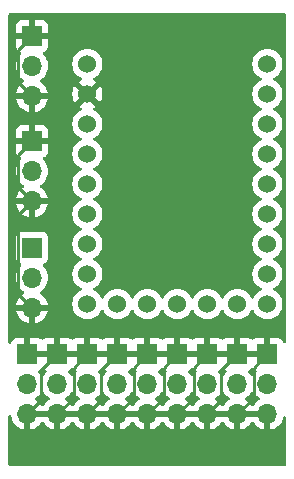
<source format=gbl>
G04 #@! TF.GenerationSoftware,KiCad,Pcbnew,7.0.9-7.0.9~ubuntu20.04.1*
G04 #@! TF.CreationDate,2023-12-21T14:32:47-08:00*
G04 #@! TF.ProjectId,ros_sync_node,726f735f-7379-46e6-935f-6e6f64652e6b,rev?*
G04 #@! TF.SameCoordinates,Original*
G04 #@! TF.FileFunction,Copper,L2,Bot*
G04 #@! TF.FilePolarity,Positive*
%FSLAX46Y46*%
G04 Gerber Fmt 4.6, Leading zero omitted, Abs format (unit mm)*
G04 Created by KiCad (PCBNEW 7.0.9-7.0.9~ubuntu20.04.1) date 2023-12-21 14:32:47*
%MOMM*%
%LPD*%
G01*
G04 APERTURE LIST*
G04 #@! TA.AperFunction,ComponentPad*
%ADD10R,1.700000X1.700000*%
G04 #@! TD*
G04 #@! TA.AperFunction,ComponentPad*
%ADD11O,1.700000X1.700000*%
G04 #@! TD*
G04 #@! TA.AperFunction,ComponentPad*
%ADD12C,1.524000*%
G04 #@! TD*
G04 #@! TA.AperFunction,Conductor*
%ADD13C,0.250000*%
G04 #@! TD*
G04 APERTURE END LIST*
D10*
X162760000Y-94920000D03*
D11*
X162760000Y-97460000D03*
X162760000Y-100000000D03*
D10*
X152600000Y-94920000D03*
D11*
X152600000Y-97460000D03*
X152600000Y-100000000D03*
D10*
X157680000Y-94920000D03*
D11*
X157680000Y-97460000D03*
X157680000Y-100000000D03*
D10*
X155140000Y-94920000D03*
D11*
X155140000Y-97460000D03*
X155140000Y-100000000D03*
D10*
X172920000Y-94920000D03*
D11*
X172920000Y-97460000D03*
X172920000Y-100000000D03*
D10*
X160220000Y-94920000D03*
D11*
X160220000Y-97460000D03*
X160220000Y-100000000D03*
D10*
X170380000Y-94920000D03*
D11*
X170380000Y-97460000D03*
X170380000Y-100000000D03*
D10*
X167840000Y-94920000D03*
D11*
X167840000Y-97460000D03*
X167840000Y-100000000D03*
D10*
X165300000Y-94920000D03*
D11*
X165300000Y-97460000D03*
X165300000Y-100000000D03*
D10*
X153000000Y-76920000D03*
D11*
X153000000Y-79460000D03*
X153000000Y-82000000D03*
D12*
X172920000Y-70380001D03*
X172920000Y-72920001D03*
X172920000Y-75460001D03*
X172920000Y-78000001D03*
X172920000Y-80540001D03*
X172920000Y-83080001D03*
X172920000Y-85620001D03*
X172920000Y-88160001D03*
X172920000Y-90700001D03*
X170380000Y-90700001D03*
X167840000Y-90700001D03*
X165300000Y-90700001D03*
X162760000Y-90700001D03*
X160220000Y-90700001D03*
X157680000Y-90700001D03*
X157680000Y-88160001D03*
X157680000Y-85620001D03*
X157680000Y-83080001D03*
X157680000Y-80540001D03*
X157680000Y-78000001D03*
X157680000Y-75460001D03*
X157680000Y-72920001D03*
X157680000Y-70380001D03*
D10*
X153000000Y-68000000D03*
D11*
X153000000Y-70540000D03*
X153000000Y-73080000D03*
D10*
X153000000Y-85920000D03*
D11*
X153000000Y-88460000D03*
X153000000Y-91000000D03*
D13*
X155140000Y-100000000D02*
X156504999Y-98635001D01*
X153000000Y-73080000D02*
X151825000Y-71905000D01*
X151825000Y-78095000D02*
X151825000Y-80825000D01*
X165300000Y-100000000D02*
X166664999Y-98635001D01*
X152600000Y-100000000D02*
X153775001Y-98824999D01*
X156504999Y-96095001D02*
X157680000Y-94920000D01*
X166664999Y-96095001D02*
X167840000Y-94920000D01*
X167840000Y-100000000D02*
X169015001Y-98824999D01*
X157680000Y-100000000D02*
X158855001Y-98824999D01*
X160220000Y-100000000D02*
X161584999Y-98635001D01*
X170380000Y-100000000D02*
X171744999Y-98635001D01*
X158855001Y-98824999D02*
X158855001Y-96284999D01*
X153775001Y-98824999D02*
X153775001Y-96284999D01*
X166664999Y-98635001D02*
X166664999Y-96095001D01*
X158855001Y-96284999D02*
X160220000Y-94920000D01*
X171744999Y-96095001D02*
X172920000Y-94920000D01*
X151825000Y-69175000D02*
X153000000Y-68000000D01*
X164124999Y-96095001D02*
X165300000Y-94920000D01*
X169015001Y-98824999D02*
X169015001Y-96284999D01*
X153775001Y-96284999D02*
X155140000Y-94920000D01*
X151825000Y-83175000D02*
X151825000Y-89825000D01*
X164124999Y-98635001D02*
X164124999Y-96095001D01*
X151825000Y-71905000D02*
X151825000Y-69175000D01*
X152600000Y-94920000D02*
X172920000Y-94920000D01*
X153000000Y-76920000D02*
X151825000Y-78095000D01*
X151825000Y-80825000D02*
X153000000Y-82000000D01*
X171744999Y-98635001D02*
X171744999Y-96095001D01*
X172920000Y-100000000D02*
X152600000Y-100000000D01*
X161584999Y-96095001D02*
X162760000Y-94920000D01*
X162760000Y-100000000D02*
X164124999Y-98635001D01*
X169015001Y-96284999D02*
X170380000Y-94920000D01*
X161584999Y-98635001D02*
X161584999Y-96095001D01*
X156504999Y-98635001D02*
X156504999Y-96095001D01*
X153000000Y-82000000D02*
X151825000Y-83175000D01*
X151825000Y-89825000D02*
X153000000Y-91000000D01*
G04 #@! TA.AperFunction,Conductor*
G36*
X151208512Y-100086830D02*
G01*
X151246896Y-100146556D01*
X151251570Y-100171649D01*
X151255932Y-100224292D01*
X151311176Y-100442449D01*
X151311179Y-100442456D01*
X151401580Y-100648548D01*
X151524674Y-100836958D01*
X151677097Y-101002534D01*
X151854698Y-101140767D01*
X151854699Y-101140768D01*
X152052628Y-101247882D01*
X152052630Y-101247883D01*
X152265483Y-101320955D01*
X152265492Y-101320957D01*
X152346000Y-101334391D01*
X152346000Y-100433674D01*
X152457685Y-100484680D01*
X152564237Y-100500000D01*
X152635763Y-100500000D01*
X152742315Y-100484680D01*
X152854000Y-100433674D01*
X152854000Y-101334391D01*
X152934507Y-101320957D01*
X152934516Y-101320955D01*
X153147369Y-101247883D01*
X153147371Y-101247882D01*
X153345300Y-101140768D01*
X153345301Y-101140767D01*
X153522902Y-101002534D01*
X153675327Y-100836955D01*
X153764517Y-100700441D01*
X153818521Y-100654352D01*
X153888868Y-100644777D01*
X153953226Y-100674754D01*
X153975483Y-100700441D01*
X154064672Y-100836955D01*
X154217097Y-101002534D01*
X154394698Y-101140767D01*
X154394699Y-101140768D01*
X154592628Y-101247882D01*
X154592630Y-101247883D01*
X154805483Y-101320955D01*
X154805492Y-101320957D01*
X154886000Y-101334391D01*
X154886000Y-100433674D01*
X154997685Y-100484680D01*
X155104237Y-100500000D01*
X155175763Y-100500000D01*
X155282315Y-100484680D01*
X155394000Y-100433674D01*
X155394000Y-101334390D01*
X155474507Y-101320957D01*
X155474516Y-101320955D01*
X155687369Y-101247883D01*
X155687371Y-101247882D01*
X155885300Y-101140768D01*
X155885301Y-101140767D01*
X156062902Y-101002534D01*
X156215327Y-100836955D01*
X156304517Y-100700441D01*
X156358521Y-100654352D01*
X156428868Y-100644777D01*
X156493226Y-100674754D01*
X156515483Y-100700441D01*
X156604672Y-100836955D01*
X156757097Y-101002534D01*
X156934698Y-101140767D01*
X156934699Y-101140768D01*
X157132628Y-101247882D01*
X157132630Y-101247883D01*
X157345483Y-101320955D01*
X157345492Y-101320957D01*
X157426000Y-101334391D01*
X157426000Y-100433674D01*
X157537685Y-100484680D01*
X157644237Y-100500000D01*
X157715763Y-100500000D01*
X157822315Y-100484680D01*
X157934000Y-100433674D01*
X157934000Y-101334391D01*
X158014507Y-101320957D01*
X158014516Y-101320955D01*
X158227369Y-101247883D01*
X158227371Y-101247882D01*
X158425300Y-101140768D01*
X158425301Y-101140767D01*
X158602902Y-101002534D01*
X158755327Y-100836955D01*
X158844517Y-100700441D01*
X158898521Y-100654352D01*
X158968868Y-100644777D01*
X159033226Y-100674754D01*
X159055483Y-100700441D01*
X159144672Y-100836955D01*
X159297097Y-101002534D01*
X159474698Y-101140767D01*
X159474699Y-101140768D01*
X159672628Y-101247882D01*
X159672630Y-101247883D01*
X159885483Y-101320955D01*
X159885492Y-101320957D01*
X159966000Y-101334391D01*
X159966000Y-100433674D01*
X160077685Y-100484680D01*
X160184237Y-100500000D01*
X160255763Y-100500000D01*
X160362315Y-100484680D01*
X160474000Y-100433674D01*
X160474000Y-101334391D01*
X160554507Y-101320957D01*
X160554516Y-101320955D01*
X160767369Y-101247883D01*
X160767371Y-101247882D01*
X160965300Y-101140768D01*
X160965301Y-101140767D01*
X161142902Y-101002534D01*
X161295327Y-100836955D01*
X161384517Y-100700441D01*
X161438521Y-100654352D01*
X161508868Y-100644777D01*
X161573226Y-100674754D01*
X161595483Y-100700441D01*
X161684672Y-100836955D01*
X161837097Y-101002534D01*
X162014698Y-101140767D01*
X162014699Y-101140768D01*
X162212628Y-101247882D01*
X162212630Y-101247883D01*
X162425483Y-101320955D01*
X162425492Y-101320957D01*
X162506000Y-101334391D01*
X162506000Y-100433674D01*
X162617685Y-100484680D01*
X162724237Y-100500000D01*
X162795763Y-100500000D01*
X162902315Y-100484680D01*
X163014000Y-100433674D01*
X163014000Y-101334391D01*
X163094507Y-101320957D01*
X163094516Y-101320955D01*
X163307369Y-101247883D01*
X163307371Y-101247882D01*
X163505300Y-101140768D01*
X163505301Y-101140767D01*
X163682902Y-101002534D01*
X163835327Y-100836955D01*
X163924517Y-100700441D01*
X163978521Y-100654352D01*
X164048868Y-100644777D01*
X164113226Y-100674754D01*
X164135483Y-100700441D01*
X164224672Y-100836955D01*
X164377097Y-101002534D01*
X164554698Y-101140767D01*
X164554699Y-101140768D01*
X164752628Y-101247882D01*
X164752630Y-101247883D01*
X164965483Y-101320955D01*
X164965492Y-101320957D01*
X165046000Y-101334391D01*
X165046000Y-100433674D01*
X165157685Y-100484680D01*
X165264237Y-100500000D01*
X165335763Y-100500000D01*
X165442315Y-100484680D01*
X165554000Y-100433674D01*
X165554000Y-101334390D01*
X165634507Y-101320957D01*
X165634516Y-101320955D01*
X165847369Y-101247883D01*
X165847371Y-101247882D01*
X166045300Y-101140768D01*
X166045301Y-101140767D01*
X166222902Y-101002534D01*
X166375327Y-100836955D01*
X166464517Y-100700441D01*
X166518521Y-100654352D01*
X166588868Y-100644777D01*
X166653226Y-100674754D01*
X166675483Y-100700441D01*
X166764672Y-100836955D01*
X166917097Y-101002534D01*
X167094698Y-101140767D01*
X167094699Y-101140768D01*
X167292628Y-101247882D01*
X167292630Y-101247883D01*
X167505483Y-101320955D01*
X167505492Y-101320957D01*
X167586000Y-101334391D01*
X167586000Y-100433674D01*
X167697685Y-100484680D01*
X167804237Y-100500000D01*
X167875763Y-100500000D01*
X167982315Y-100484680D01*
X168094000Y-100433674D01*
X168094000Y-101334391D01*
X168174507Y-101320957D01*
X168174516Y-101320955D01*
X168387369Y-101247883D01*
X168387371Y-101247882D01*
X168585300Y-101140768D01*
X168585301Y-101140767D01*
X168762902Y-101002534D01*
X168915327Y-100836955D01*
X169004517Y-100700441D01*
X169058521Y-100654352D01*
X169128868Y-100644777D01*
X169193226Y-100674754D01*
X169215483Y-100700441D01*
X169304672Y-100836955D01*
X169457097Y-101002534D01*
X169634698Y-101140767D01*
X169634699Y-101140768D01*
X169832628Y-101247882D01*
X169832630Y-101247883D01*
X170045483Y-101320955D01*
X170045492Y-101320957D01*
X170126000Y-101334391D01*
X170126000Y-100433674D01*
X170237685Y-100484680D01*
X170344237Y-100500000D01*
X170415763Y-100500000D01*
X170522315Y-100484680D01*
X170634000Y-100433674D01*
X170634000Y-101334391D01*
X170714507Y-101320957D01*
X170714516Y-101320955D01*
X170927369Y-101247883D01*
X170927371Y-101247882D01*
X171125300Y-101140768D01*
X171125301Y-101140767D01*
X171302902Y-101002534D01*
X171455327Y-100836955D01*
X171544517Y-100700441D01*
X171598521Y-100654352D01*
X171668868Y-100644777D01*
X171733226Y-100674754D01*
X171755483Y-100700441D01*
X171844672Y-100836955D01*
X171997097Y-101002534D01*
X172174698Y-101140767D01*
X172174699Y-101140768D01*
X172372628Y-101247882D01*
X172372630Y-101247883D01*
X172585483Y-101320955D01*
X172585492Y-101320957D01*
X172666000Y-101334391D01*
X172666000Y-100433674D01*
X172777685Y-100484680D01*
X172884237Y-100500000D01*
X172955763Y-100500000D01*
X173062315Y-100484680D01*
X173174000Y-100433674D01*
X173174000Y-101334391D01*
X173254507Y-101320957D01*
X173254516Y-101320955D01*
X173467369Y-101247883D01*
X173467371Y-101247882D01*
X173665300Y-101140768D01*
X173665301Y-101140767D01*
X173842902Y-101002534D01*
X173995325Y-100836958D01*
X174118419Y-100648548D01*
X174208819Y-100442458D01*
X174251855Y-100272515D01*
X174287968Y-100211389D01*
X174351395Y-100179490D01*
X174421999Y-100186947D01*
X174477364Y-100231391D01*
X174499911Y-100298712D01*
X174500000Y-100303446D01*
X174500000Y-104298500D01*
X174479998Y-104366621D01*
X174426342Y-104413114D01*
X174374000Y-104424500D01*
X151126000Y-104424500D01*
X151057879Y-104404498D01*
X151011386Y-104350842D01*
X151000000Y-104298500D01*
X151000000Y-100182054D01*
X151020002Y-100113933D01*
X151073658Y-100067440D01*
X151143932Y-100057336D01*
X151208512Y-100086830D01*
G37*
G04 #@! TD.AperFunction*
G04 #@! TA.AperFunction,Conductor*
G36*
X154680507Y-99790156D02*
G01*
X154640000Y-99928111D01*
X154640000Y-100071889D01*
X154680507Y-100209844D01*
X154708884Y-100254000D01*
X153031116Y-100254000D01*
X153059493Y-100209844D01*
X153100000Y-100071889D01*
X153100000Y-99928111D01*
X153059493Y-99790156D01*
X153031116Y-99746000D01*
X154708884Y-99746000D01*
X154680507Y-99790156D01*
G37*
G04 #@! TD.AperFunction*
G04 #@! TA.AperFunction,Conductor*
G36*
X157220507Y-99790156D02*
G01*
X157180000Y-99928111D01*
X157180000Y-100071889D01*
X157220507Y-100209844D01*
X157248884Y-100254000D01*
X155571116Y-100254000D01*
X155599493Y-100209844D01*
X155640000Y-100071889D01*
X155640000Y-99928111D01*
X155599493Y-99790156D01*
X155571116Y-99746000D01*
X157248884Y-99746000D01*
X157220507Y-99790156D01*
G37*
G04 #@! TD.AperFunction*
G04 #@! TA.AperFunction,Conductor*
G36*
X159760507Y-99790156D02*
G01*
X159720000Y-99928111D01*
X159720000Y-100071889D01*
X159760507Y-100209844D01*
X159788884Y-100254000D01*
X158111116Y-100254000D01*
X158139493Y-100209844D01*
X158180000Y-100071889D01*
X158180000Y-99928111D01*
X158139493Y-99790156D01*
X158111116Y-99746000D01*
X159788884Y-99746000D01*
X159760507Y-99790156D01*
G37*
G04 #@! TD.AperFunction*
G04 #@! TA.AperFunction,Conductor*
G36*
X162300507Y-99790156D02*
G01*
X162260000Y-99928111D01*
X162260000Y-100071889D01*
X162300507Y-100209844D01*
X162328884Y-100254000D01*
X160651116Y-100254000D01*
X160679493Y-100209844D01*
X160720000Y-100071889D01*
X160720000Y-99928111D01*
X160679493Y-99790156D01*
X160651116Y-99746000D01*
X162328884Y-99746000D01*
X162300507Y-99790156D01*
G37*
G04 #@! TD.AperFunction*
G04 #@! TA.AperFunction,Conductor*
G36*
X164840507Y-99790156D02*
G01*
X164800000Y-99928111D01*
X164800000Y-100071889D01*
X164840507Y-100209844D01*
X164868884Y-100254000D01*
X163191116Y-100254000D01*
X163219493Y-100209844D01*
X163260000Y-100071889D01*
X163260000Y-99928111D01*
X163219493Y-99790156D01*
X163191116Y-99746000D01*
X164868884Y-99746000D01*
X164840507Y-99790156D01*
G37*
G04 #@! TD.AperFunction*
G04 #@! TA.AperFunction,Conductor*
G36*
X167380507Y-99790156D02*
G01*
X167340000Y-99928111D01*
X167340000Y-100071889D01*
X167380507Y-100209844D01*
X167408884Y-100254000D01*
X165731116Y-100254000D01*
X165759493Y-100209844D01*
X165800000Y-100071889D01*
X165800000Y-99928111D01*
X165759493Y-99790156D01*
X165731116Y-99746000D01*
X167408884Y-99746000D01*
X167380507Y-99790156D01*
G37*
G04 #@! TD.AperFunction*
G04 #@! TA.AperFunction,Conductor*
G36*
X169920507Y-99790156D02*
G01*
X169880000Y-99928111D01*
X169880000Y-100071889D01*
X169920507Y-100209844D01*
X169948884Y-100254000D01*
X168271116Y-100254000D01*
X168299493Y-100209844D01*
X168340000Y-100071889D01*
X168340000Y-99928111D01*
X168299493Y-99790156D01*
X168271116Y-99746000D01*
X169948884Y-99746000D01*
X169920507Y-99790156D01*
G37*
G04 #@! TD.AperFunction*
G04 #@! TA.AperFunction,Conductor*
G36*
X172460507Y-99790156D02*
G01*
X172420000Y-99928111D01*
X172420000Y-100071889D01*
X172460507Y-100209844D01*
X172488884Y-100254000D01*
X170811116Y-100254000D01*
X170839493Y-100209844D01*
X170880000Y-100071889D01*
X170880000Y-99928111D01*
X170839493Y-99790156D01*
X170811116Y-99746000D01*
X172488884Y-99746000D01*
X172460507Y-99790156D01*
G37*
G04 #@! TD.AperFunction*
G04 #@! TA.AperFunction,Conductor*
G36*
X153953225Y-98135669D02*
G01*
X153975480Y-98161353D01*
X154008607Y-98212058D01*
X154064275Y-98297265D01*
X154064279Y-98297270D01*
X154216762Y-98462908D01*
X154271331Y-98505381D01*
X154394424Y-98601189D01*
X154428205Y-98619470D01*
X154478596Y-98669482D01*
X154493949Y-98738799D01*
X154469389Y-98805412D01*
X154428209Y-98841096D01*
X154394704Y-98859228D01*
X154394698Y-98859232D01*
X154217097Y-98997465D01*
X154064674Y-99163042D01*
X153975483Y-99299559D01*
X153921479Y-99345647D01*
X153851131Y-99355222D01*
X153786774Y-99325244D01*
X153764517Y-99299559D01*
X153675325Y-99163042D01*
X153522902Y-98997465D01*
X153345301Y-98859232D01*
X153345300Y-98859231D01*
X153311791Y-98841097D01*
X153261401Y-98791083D01*
X153246050Y-98721766D01*
X153270612Y-98655153D01*
X153311790Y-98619472D01*
X153345576Y-98601189D01*
X153523240Y-98462906D01*
X153675722Y-98297268D01*
X153764518Y-98161354D01*
X153818520Y-98115268D01*
X153888868Y-98105692D01*
X153953225Y-98135669D01*
G37*
G04 #@! TD.AperFunction*
G04 #@! TA.AperFunction,Conductor*
G36*
X156493225Y-98135669D02*
G01*
X156515480Y-98161353D01*
X156548607Y-98212058D01*
X156604275Y-98297265D01*
X156604279Y-98297270D01*
X156756762Y-98462908D01*
X156811331Y-98505381D01*
X156934424Y-98601189D01*
X156968205Y-98619470D01*
X157018596Y-98669482D01*
X157033949Y-98738799D01*
X157009389Y-98805412D01*
X156968209Y-98841096D01*
X156934704Y-98859228D01*
X156934698Y-98859232D01*
X156757097Y-98997465D01*
X156604674Y-99163042D01*
X156515483Y-99299559D01*
X156461479Y-99345647D01*
X156391131Y-99355222D01*
X156326774Y-99325244D01*
X156304517Y-99299559D01*
X156215325Y-99163042D01*
X156062902Y-98997465D01*
X155885301Y-98859232D01*
X155885300Y-98859231D01*
X155851791Y-98841097D01*
X155801401Y-98791083D01*
X155786050Y-98721766D01*
X155810612Y-98655153D01*
X155851790Y-98619472D01*
X155885576Y-98601189D01*
X156063240Y-98462906D01*
X156215722Y-98297268D01*
X156304518Y-98161354D01*
X156358520Y-98115268D01*
X156428868Y-98105692D01*
X156493225Y-98135669D01*
G37*
G04 #@! TD.AperFunction*
G04 #@! TA.AperFunction,Conductor*
G36*
X159033225Y-98135669D02*
G01*
X159055480Y-98161353D01*
X159088607Y-98212058D01*
X159144275Y-98297265D01*
X159144279Y-98297270D01*
X159296762Y-98462908D01*
X159351331Y-98505381D01*
X159474424Y-98601189D01*
X159508205Y-98619470D01*
X159558596Y-98669482D01*
X159573949Y-98738799D01*
X159549389Y-98805412D01*
X159508209Y-98841096D01*
X159474704Y-98859228D01*
X159474698Y-98859232D01*
X159297097Y-98997465D01*
X159144674Y-99163042D01*
X159055483Y-99299559D01*
X159001479Y-99345647D01*
X158931131Y-99355222D01*
X158866774Y-99325244D01*
X158844517Y-99299559D01*
X158755325Y-99163042D01*
X158602902Y-98997465D01*
X158425301Y-98859232D01*
X158425300Y-98859231D01*
X158391791Y-98841097D01*
X158341401Y-98791083D01*
X158326050Y-98721766D01*
X158350612Y-98655153D01*
X158391790Y-98619472D01*
X158425576Y-98601189D01*
X158603240Y-98462906D01*
X158755722Y-98297268D01*
X158844518Y-98161354D01*
X158898520Y-98115268D01*
X158968868Y-98105692D01*
X159033225Y-98135669D01*
G37*
G04 #@! TD.AperFunction*
G04 #@! TA.AperFunction,Conductor*
G36*
X161573225Y-98135669D02*
G01*
X161595480Y-98161353D01*
X161628607Y-98212058D01*
X161684275Y-98297265D01*
X161684279Y-98297270D01*
X161836762Y-98462908D01*
X161891331Y-98505381D01*
X162014424Y-98601189D01*
X162048205Y-98619470D01*
X162098596Y-98669482D01*
X162113949Y-98738799D01*
X162089389Y-98805412D01*
X162048209Y-98841096D01*
X162014704Y-98859228D01*
X162014698Y-98859232D01*
X161837097Y-98997465D01*
X161684674Y-99163042D01*
X161595483Y-99299559D01*
X161541479Y-99345647D01*
X161471131Y-99355222D01*
X161406774Y-99325244D01*
X161384517Y-99299559D01*
X161295325Y-99163042D01*
X161142902Y-98997465D01*
X160965301Y-98859232D01*
X160965300Y-98859231D01*
X160931791Y-98841097D01*
X160881401Y-98791083D01*
X160866050Y-98721766D01*
X160890612Y-98655153D01*
X160931790Y-98619472D01*
X160965576Y-98601189D01*
X161143240Y-98462906D01*
X161295722Y-98297268D01*
X161384518Y-98161354D01*
X161438520Y-98115268D01*
X161508868Y-98105692D01*
X161573225Y-98135669D01*
G37*
G04 #@! TD.AperFunction*
G04 #@! TA.AperFunction,Conductor*
G36*
X164113225Y-98135669D02*
G01*
X164135480Y-98161353D01*
X164168607Y-98212058D01*
X164224275Y-98297265D01*
X164224279Y-98297270D01*
X164376762Y-98462908D01*
X164431331Y-98505381D01*
X164554424Y-98601189D01*
X164588205Y-98619470D01*
X164638596Y-98669482D01*
X164653949Y-98738799D01*
X164629389Y-98805412D01*
X164588209Y-98841096D01*
X164554704Y-98859228D01*
X164554698Y-98859232D01*
X164377097Y-98997465D01*
X164224674Y-99163042D01*
X164135483Y-99299559D01*
X164081479Y-99345647D01*
X164011131Y-99355222D01*
X163946774Y-99325244D01*
X163924517Y-99299559D01*
X163835325Y-99163042D01*
X163682902Y-98997465D01*
X163505301Y-98859232D01*
X163505300Y-98859231D01*
X163471791Y-98841097D01*
X163421401Y-98791083D01*
X163406050Y-98721766D01*
X163430612Y-98655153D01*
X163471790Y-98619472D01*
X163505576Y-98601189D01*
X163683240Y-98462906D01*
X163835722Y-98297268D01*
X163924518Y-98161354D01*
X163978520Y-98115268D01*
X164048868Y-98105692D01*
X164113225Y-98135669D01*
G37*
G04 #@! TD.AperFunction*
G04 #@! TA.AperFunction,Conductor*
G36*
X166653225Y-98135669D02*
G01*
X166675480Y-98161353D01*
X166708607Y-98212058D01*
X166764275Y-98297265D01*
X166764279Y-98297270D01*
X166916762Y-98462908D01*
X166971331Y-98505381D01*
X167094424Y-98601189D01*
X167128205Y-98619470D01*
X167178596Y-98669482D01*
X167193949Y-98738799D01*
X167169389Y-98805412D01*
X167128209Y-98841096D01*
X167094704Y-98859228D01*
X167094698Y-98859232D01*
X166917097Y-98997465D01*
X166764674Y-99163042D01*
X166675483Y-99299559D01*
X166621479Y-99345647D01*
X166551131Y-99355222D01*
X166486774Y-99325244D01*
X166464517Y-99299559D01*
X166375325Y-99163042D01*
X166222902Y-98997465D01*
X166045301Y-98859232D01*
X166045300Y-98859231D01*
X166011791Y-98841097D01*
X165961401Y-98791083D01*
X165946050Y-98721766D01*
X165970612Y-98655153D01*
X166011790Y-98619472D01*
X166045576Y-98601189D01*
X166223240Y-98462906D01*
X166375722Y-98297268D01*
X166464518Y-98161354D01*
X166518520Y-98115268D01*
X166588868Y-98105692D01*
X166653225Y-98135669D01*
G37*
G04 #@! TD.AperFunction*
G04 #@! TA.AperFunction,Conductor*
G36*
X169193225Y-98135669D02*
G01*
X169215480Y-98161353D01*
X169248607Y-98212058D01*
X169304275Y-98297265D01*
X169304279Y-98297270D01*
X169456762Y-98462908D01*
X169511331Y-98505381D01*
X169634424Y-98601189D01*
X169668205Y-98619470D01*
X169718596Y-98669482D01*
X169733949Y-98738799D01*
X169709389Y-98805412D01*
X169668209Y-98841096D01*
X169634704Y-98859228D01*
X169634698Y-98859232D01*
X169457097Y-98997465D01*
X169304674Y-99163042D01*
X169215483Y-99299559D01*
X169161479Y-99345647D01*
X169091131Y-99355222D01*
X169026774Y-99325244D01*
X169004517Y-99299559D01*
X168915325Y-99163042D01*
X168762902Y-98997465D01*
X168585301Y-98859232D01*
X168585300Y-98859231D01*
X168551791Y-98841097D01*
X168501401Y-98791083D01*
X168486050Y-98721766D01*
X168510612Y-98655153D01*
X168551790Y-98619472D01*
X168585576Y-98601189D01*
X168763240Y-98462906D01*
X168915722Y-98297268D01*
X169004518Y-98161354D01*
X169058520Y-98115268D01*
X169128868Y-98105692D01*
X169193225Y-98135669D01*
G37*
G04 #@! TD.AperFunction*
G04 #@! TA.AperFunction,Conductor*
G36*
X171733225Y-98135669D02*
G01*
X171755480Y-98161353D01*
X171788607Y-98212058D01*
X171844275Y-98297265D01*
X171844279Y-98297270D01*
X171996762Y-98462908D01*
X172051331Y-98505381D01*
X172174424Y-98601189D01*
X172208205Y-98619470D01*
X172258596Y-98669482D01*
X172273949Y-98738799D01*
X172249389Y-98805412D01*
X172208209Y-98841096D01*
X172174704Y-98859228D01*
X172174698Y-98859232D01*
X171997097Y-98997465D01*
X171844674Y-99163042D01*
X171755483Y-99299559D01*
X171701479Y-99345647D01*
X171631131Y-99355222D01*
X171566774Y-99325244D01*
X171544517Y-99299559D01*
X171455325Y-99163042D01*
X171302902Y-98997465D01*
X171125301Y-98859232D01*
X171125300Y-98859231D01*
X171091791Y-98841097D01*
X171041401Y-98791083D01*
X171026050Y-98721766D01*
X171050612Y-98655153D01*
X171091790Y-98619472D01*
X171125576Y-98601189D01*
X171303240Y-98462906D01*
X171455722Y-98297268D01*
X171544518Y-98161354D01*
X171598520Y-98115268D01*
X171668868Y-98105692D01*
X171733225Y-98135669D01*
G37*
G04 #@! TD.AperFunction*
G04 #@! TA.AperFunction,Conductor*
G36*
X153930384Y-96136967D02*
G01*
X153945510Y-96146688D01*
X154044033Y-96220443D01*
X154044034Y-96220444D01*
X154159172Y-96263388D01*
X154216008Y-96305935D01*
X154240819Y-96372455D01*
X154225728Y-96441829D01*
X154207841Y-96466782D01*
X154064280Y-96622729D01*
X154064279Y-96622729D01*
X153975483Y-96758643D01*
X153921479Y-96804731D01*
X153851131Y-96814306D01*
X153786774Y-96784329D01*
X153764517Y-96758643D01*
X153675720Y-96622729D01*
X153675714Y-96622722D01*
X153532159Y-96466782D01*
X153500737Y-96403117D01*
X153508723Y-96332571D01*
X153553582Y-96277542D01*
X153580827Y-96263388D01*
X153695965Y-96220444D01*
X153695966Y-96220443D01*
X153794490Y-96146688D01*
X153861010Y-96121876D01*
X153930384Y-96136967D01*
G37*
G04 #@! TD.AperFunction*
G04 #@! TA.AperFunction,Conductor*
G36*
X156470384Y-96136967D02*
G01*
X156485510Y-96146688D01*
X156584033Y-96220443D01*
X156584034Y-96220444D01*
X156699172Y-96263388D01*
X156756008Y-96305935D01*
X156780819Y-96372455D01*
X156765728Y-96441829D01*
X156747841Y-96466782D01*
X156604280Y-96622729D01*
X156604279Y-96622729D01*
X156515483Y-96758643D01*
X156461479Y-96804731D01*
X156391131Y-96814306D01*
X156326774Y-96784329D01*
X156304517Y-96758643D01*
X156215720Y-96622729D01*
X156215714Y-96622722D01*
X156072159Y-96466782D01*
X156040737Y-96403117D01*
X156048723Y-96332571D01*
X156093582Y-96277542D01*
X156120827Y-96263388D01*
X156235965Y-96220444D01*
X156235966Y-96220443D01*
X156334490Y-96146688D01*
X156401010Y-96121876D01*
X156470384Y-96136967D01*
G37*
G04 #@! TD.AperFunction*
G04 #@! TA.AperFunction,Conductor*
G36*
X159010384Y-96136967D02*
G01*
X159025510Y-96146688D01*
X159124033Y-96220443D01*
X159124034Y-96220444D01*
X159239172Y-96263388D01*
X159296008Y-96305935D01*
X159320819Y-96372455D01*
X159305728Y-96441829D01*
X159287841Y-96466782D01*
X159144280Y-96622729D01*
X159144279Y-96622729D01*
X159055483Y-96758643D01*
X159001479Y-96804731D01*
X158931131Y-96814306D01*
X158866774Y-96784329D01*
X158844517Y-96758643D01*
X158755720Y-96622729D01*
X158755714Y-96622722D01*
X158612159Y-96466782D01*
X158580737Y-96403117D01*
X158588723Y-96332571D01*
X158633582Y-96277542D01*
X158660827Y-96263388D01*
X158775965Y-96220444D01*
X158775966Y-96220443D01*
X158874490Y-96146688D01*
X158941010Y-96121876D01*
X159010384Y-96136967D01*
G37*
G04 #@! TD.AperFunction*
G04 #@! TA.AperFunction,Conductor*
G36*
X161550384Y-96136967D02*
G01*
X161565510Y-96146688D01*
X161664033Y-96220443D01*
X161664034Y-96220444D01*
X161779172Y-96263388D01*
X161836008Y-96305935D01*
X161860819Y-96372455D01*
X161845728Y-96441829D01*
X161827841Y-96466782D01*
X161684280Y-96622729D01*
X161684279Y-96622729D01*
X161595483Y-96758643D01*
X161541479Y-96804731D01*
X161471131Y-96814306D01*
X161406774Y-96784329D01*
X161384517Y-96758643D01*
X161295720Y-96622729D01*
X161295714Y-96622722D01*
X161152159Y-96466782D01*
X161120737Y-96403117D01*
X161128723Y-96332571D01*
X161173582Y-96277542D01*
X161200827Y-96263388D01*
X161315965Y-96220444D01*
X161315966Y-96220443D01*
X161414490Y-96146688D01*
X161481010Y-96121876D01*
X161550384Y-96136967D01*
G37*
G04 #@! TD.AperFunction*
G04 #@! TA.AperFunction,Conductor*
G36*
X164090384Y-96136967D02*
G01*
X164105510Y-96146688D01*
X164204033Y-96220443D01*
X164204034Y-96220444D01*
X164319172Y-96263388D01*
X164376008Y-96305935D01*
X164400819Y-96372455D01*
X164385728Y-96441829D01*
X164367841Y-96466782D01*
X164224280Y-96622729D01*
X164224279Y-96622729D01*
X164135483Y-96758643D01*
X164081479Y-96804731D01*
X164011131Y-96814306D01*
X163946774Y-96784329D01*
X163924517Y-96758643D01*
X163835720Y-96622729D01*
X163835714Y-96622722D01*
X163692159Y-96466782D01*
X163660737Y-96403117D01*
X163668723Y-96332571D01*
X163713582Y-96277542D01*
X163740827Y-96263388D01*
X163855965Y-96220444D01*
X163855966Y-96220443D01*
X163954490Y-96146688D01*
X164021010Y-96121876D01*
X164090384Y-96136967D01*
G37*
G04 #@! TD.AperFunction*
G04 #@! TA.AperFunction,Conductor*
G36*
X166630384Y-96136967D02*
G01*
X166645510Y-96146688D01*
X166744033Y-96220443D01*
X166744034Y-96220444D01*
X166859172Y-96263388D01*
X166916008Y-96305935D01*
X166940819Y-96372455D01*
X166925728Y-96441829D01*
X166907841Y-96466782D01*
X166764280Y-96622729D01*
X166764279Y-96622729D01*
X166675483Y-96758643D01*
X166621479Y-96804731D01*
X166551131Y-96814306D01*
X166486774Y-96784329D01*
X166464517Y-96758643D01*
X166375720Y-96622729D01*
X166375714Y-96622722D01*
X166232159Y-96466782D01*
X166200737Y-96403117D01*
X166208723Y-96332571D01*
X166253582Y-96277542D01*
X166280827Y-96263388D01*
X166395965Y-96220444D01*
X166395966Y-96220443D01*
X166494490Y-96146688D01*
X166561010Y-96121876D01*
X166630384Y-96136967D01*
G37*
G04 #@! TD.AperFunction*
G04 #@! TA.AperFunction,Conductor*
G36*
X169170384Y-96136967D02*
G01*
X169185510Y-96146688D01*
X169284033Y-96220443D01*
X169284034Y-96220444D01*
X169399172Y-96263388D01*
X169456008Y-96305935D01*
X169480819Y-96372455D01*
X169465728Y-96441829D01*
X169447841Y-96466782D01*
X169304280Y-96622729D01*
X169304279Y-96622729D01*
X169215483Y-96758643D01*
X169161479Y-96804731D01*
X169091131Y-96814306D01*
X169026774Y-96784329D01*
X169004517Y-96758643D01*
X168915720Y-96622729D01*
X168915714Y-96622722D01*
X168772159Y-96466782D01*
X168740737Y-96403117D01*
X168748723Y-96332571D01*
X168793582Y-96277542D01*
X168820827Y-96263388D01*
X168935965Y-96220444D01*
X168935966Y-96220443D01*
X169034490Y-96146688D01*
X169101010Y-96121876D01*
X169170384Y-96136967D01*
G37*
G04 #@! TD.AperFunction*
G04 #@! TA.AperFunction,Conductor*
G36*
X171710384Y-96136967D02*
G01*
X171725510Y-96146688D01*
X171824033Y-96220443D01*
X171824034Y-96220444D01*
X171939172Y-96263388D01*
X171996008Y-96305935D01*
X172020819Y-96372455D01*
X172005728Y-96441829D01*
X171987841Y-96466782D01*
X171844280Y-96622729D01*
X171844279Y-96622729D01*
X171755483Y-96758643D01*
X171701479Y-96804731D01*
X171631131Y-96814306D01*
X171566774Y-96784329D01*
X171544517Y-96758643D01*
X171455720Y-96622729D01*
X171455714Y-96622722D01*
X171312159Y-96466782D01*
X171280737Y-96403117D01*
X171288723Y-96332571D01*
X171333582Y-96277542D01*
X171360827Y-96263388D01*
X171475965Y-96220444D01*
X171475966Y-96220443D01*
X171574490Y-96146688D01*
X171641010Y-96121876D01*
X171710384Y-96136967D01*
G37*
G04 #@! TD.AperFunction*
G04 #@! TA.AperFunction,Conductor*
G36*
X154680507Y-94710156D02*
G01*
X154640000Y-94848111D01*
X154640000Y-94991889D01*
X154680507Y-95129844D01*
X154708884Y-95174000D01*
X153031116Y-95174000D01*
X153059493Y-95129844D01*
X153100000Y-94991889D01*
X153100000Y-94848111D01*
X153059493Y-94710156D01*
X153031116Y-94666000D01*
X154708884Y-94666000D01*
X154680507Y-94710156D01*
G37*
G04 #@! TD.AperFunction*
G04 #@! TA.AperFunction,Conductor*
G36*
X157220507Y-94710156D02*
G01*
X157180000Y-94848111D01*
X157180000Y-94991889D01*
X157220507Y-95129844D01*
X157248884Y-95174000D01*
X155571116Y-95174000D01*
X155599493Y-95129844D01*
X155640000Y-94991889D01*
X155640000Y-94848111D01*
X155599493Y-94710156D01*
X155571116Y-94666000D01*
X157248884Y-94666000D01*
X157220507Y-94710156D01*
G37*
G04 #@! TD.AperFunction*
G04 #@! TA.AperFunction,Conductor*
G36*
X159760507Y-94710156D02*
G01*
X159720000Y-94848111D01*
X159720000Y-94991889D01*
X159760507Y-95129844D01*
X159788884Y-95174000D01*
X158111116Y-95174000D01*
X158139493Y-95129844D01*
X158180000Y-94991889D01*
X158180000Y-94848111D01*
X158139493Y-94710156D01*
X158111116Y-94666000D01*
X159788884Y-94666000D01*
X159760507Y-94710156D01*
G37*
G04 #@! TD.AperFunction*
G04 #@! TA.AperFunction,Conductor*
G36*
X162300507Y-94710156D02*
G01*
X162260000Y-94848111D01*
X162260000Y-94991889D01*
X162300507Y-95129844D01*
X162328884Y-95174000D01*
X160651116Y-95174000D01*
X160679493Y-95129844D01*
X160720000Y-94991889D01*
X160720000Y-94848111D01*
X160679493Y-94710156D01*
X160651116Y-94666000D01*
X162328884Y-94666000D01*
X162300507Y-94710156D01*
G37*
G04 #@! TD.AperFunction*
G04 #@! TA.AperFunction,Conductor*
G36*
X164840507Y-94710156D02*
G01*
X164800000Y-94848111D01*
X164800000Y-94991889D01*
X164840507Y-95129844D01*
X164868884Y-95174000D01*
X163191116Y-95174000D01*
X163219493Y-95129844D01*
X163260000Y-94991889D01*
X163260000Y-94848111D01*
X163219493Y-94710156D01*
X163191116Y-94666000D01*
X164868884Y-94666000D01*
X164840507Y-94710156D01*
G37*
G04 #@! TD.AperFunction*
G04 #@! TA.AperFunction,Conductor*
G36*
X167380507Y-94710156D02*
G01*
X167340000Y-94848111D01*
X167340000Y-94991889D01*
X167380507Y-95129844D01*
X167408884Y-95174000D01*
X165731116Y-95174000D01*
X165759493Y-95129844D01*
X165800000Y-94991889D01*
X165800000Y-94848111D01*
X165759493Y-94710156D01*
X165731116Y-94666000D01*
X167408884Y-94666000D01*
X167380507Y-94710156D01*
G37*
G04 #@! TD.AperFunction*
G04 #@! TA.AperFunction,Conductor*
G36*
X169920507Y-94710156D02*
G01*
X169880000Y-94848111D01*
X169880000Y-94991889D01*
X169920507Y-95129844D01*
X169948884Y-95174000D01*
X168271116Y-95174000D01*
X168299493Y-95129844D01*
X168340000Y-94991889D01*
X168340000Y-94848111D01*
X168299493Y-94710156D01*
X168271116Y-94666000D01*
X169948884Y-94666000D01*
X169920507Y-94710156D01*
G37*
G04 #@! TD.AperFunction*
G04 #@! TA.AperFunction,Conductor*
G36*
X172460507Y-94710156D02*
G01*
X172420000Y-94848111D01*
X172420000Y-94991889D01*
X172460507Y-95129844D01*
X172488884Y-95174000D01*
X170811116Y-95174000D01*
X170839493Y-95129844D01*
X170880000Y-94991889D01*
X170880000Y-94848111D01*
X170839493Y-94710156D01*
X170811116Y-94666000D01*
X172488884Y-94666000D01*
X172460507Y-94710156D01*
G37*
G04 #@! TD.AperFunction*
G04 #@! TA.AperFunction,Conductor*
G36*
X174442121Y-66095502D02*
G01*
X174488614Y-66149158D01*
X174500000Y-66201500D01*
X174500000Y-93875181D01*
X174479998Y-93943302D01*
X174426342Y-93989795D01*
X174356068Y-93999899D01*
X174291488Y-93970405D01*
X174255944Y-93919214D01*
X174220443Y-93824033D01*
X174132904Y-93707095D01*
X174015965Y-93619555D01*
X173879093Y-93568505D01*
X173818597Y-93562000D01*
X173174000Y-93562000D01*
X173174000Y-94486325D01*
X173062315Y-94435320D01*
X172955763Y-94420000D01*
X172884237Y-94420000D01*
X172777685Y-94435320D01*
X172666000Y-94486325D01*
X172666000Y-93562000D01*
X172021402Y-93562000D01*
X171960906Y-93568505D01*
X171824035Y-93619555D01*
X171824034Y-93619555D01*
X171725509Y-93693311D01*
X171658989Y-93718122D01*
X171589614Y-93703030D01*
X171574491Y-93693311D01*
X171475965Y-93619555D01*
X171339093Y-93568505D01*
X171278597Y-93562000D01*
X170634000Y-93562000D01*
X170634000Y-94486325D01*
X170522315Y-94435320D01*
X170415763Y-94420000D01*
X170344237Y-94420000D01*
X170237685Y-94435320D01*
X170126000Y-94486325D01*
X170126000Y-93562000D01*
X169481402Y-93562000D01*
X169420906Y-93568505D01*
X169284035Y-93619555D01*
X169284034Y-93619555D01*
X169185509Y-93693311D01*
X169118989Y-93718122D01*
X169049614Y-93703030D01*
X169034491Y-93693311D01*
X168935965Y-93619555D01*
X168799093Y-93568505D01*
X168738597Y-93562000D01*
X168094000Y-93562000D01*
X168094000Y-94486325D01*
X167982315Y-94435320D01*
X167875763Y-94420000D01*
X167804237Y-94420000D01*
X167697685Y-94435320D01*
X167586000Y-94486325D01*
X167586000Y-93562000D01*
X166941402Y-93562000D01*
X166880906Y-93568505D01*
X166744035Y-93619555D01*
X166744034Y-93619555D01*
X166645509Y-93693311D01*
X166578989Y-93718122D01*
X166509614Y-93703030D01*
X166494491Y-93693311D01*
X166395965Y-93619555D01*
X166259093Y-93568505D01*
X166198597Y-93562000D01*
X165554000Y-93562000D01*
X165554000Y-94486325D01*
X165442315Y-94435320D01*
X165335763Y-94420000D01*
X165264237Y-94420000D01*
X165157685Y-94435320D01*
X165046000Y-94486325D01*
X165046000Y-93562000D01*
X164401402Y-93562000D01*
X164340906Y-93568505D01*
X164204035Y-93619555D01*
X164204034Y-93619555D01*
X164105509Y-93693311D01*
X164038989Y-93718122D01*
X163969614Y-93703030D01*
X163954491Y-93693311D01*
X163855965Y-93619555D01*
X163719093Y-93568505D01*
X163658597Y-93562000D01*
X163014000Y-93562000D01*
X163014000Y-94486325D01*
X162902315Y-94435320D01*
X162795763Y-94420000D01*
X162724237Y-94420000D01*
X162617685Y-94435320D01*
X162506000Y-94486325D01*
X162506000Y-93562000D01*
X161861402Y-93562000D01*
X161800906Y-93568505D01*
X161664035Y-93619555D01*
X161664034Y-93619555D01*
X161565509Y-93693311D01*
X161498989Y-93718122D01*
X161429614Y-93703030D01*
X161414491Y-93693311D01*
X161315965Y-93619555D01*
X161179093Y-93568505D01*
X161118597Y-93562000D01*
X160474000Y-93562000D01*
X160474000Y-94486325D01*
X160362315Y-94435320D01*
X160255763Y-94420000D01*
X160184237Y-94420000D01*
X160077685Y-94435320D01*
X159966000Y-94486325D01*
X159966000Y-93562000D01*
X159321402Y-93562000D01*
X159260906Y-93568505D01*
X159124035Y-93619555D01*
X159124034Y-93619555D01*
X159025509Y-93693311D01*
X158958989Y-93718122D01*
X158889614Y-93703030D01*
X158874491Y-93693311D01*
X158775965Y-93619555D01*
X158639093Y-93568505D01*
X158578597Y-93562000D01*
X157934000Y-93562000D01*
X157934000Y-94486325D01*
X157822315Y-94435320D01*
X157715763Y-94420000D01*
X157644237Y-94420000D01*
X157537685Y-94435320D01*
X157426000Y-94486325D01*
X157426000Y-93562000D01*
X156781402Y-93562000D01*
X156720906Y-93568505D01*
X156584035Y-93619555D01*
X156584034Y-93619555D01*
X156485509Y-93693311D01*
X156418989Y-93718122D01*
X156349614Y-93703030D01*
X156334491Y-93693311D01*
X156235965Y-93619555D01*
X156099093Y-93568505D01*
X156038597Y-93562000D01*
X155394000Y-93562000D01*
X155394000Y-94486325D01*
X155282315Y-94435320D01*
X155175763Y-94420000D01*
X155104237Y-94420000D01*
X154997685Y-94435320D01*
X154886000Y-94486325D01*
X154886000Y-93562000D01*
X154241402Y-93562000D01*
X154180906Y-93568505D01*
X154044035Y-93619555D01*
X154044034Y-93619555D01*
X153945509Y-93693311D01*
X153878989Y-93718122D01*
X153809614Y-93703030D01*
X153794491Y-93693311D01*
X153695965Y-93619555D01*
X153559093Y-93568505D01*
X153498597Y-93562000D01*
X152854000Y-93562000D01*
X152854000Y-94486325D01*
X152742315Y-94435320D01*
X152635763Y-94420000D01*
X152564237Y-94420000D01*
X152457685Y-94435320D01*
X152346000Y-94486325D01*
X152346000Y-93562000D01*
X151701402Y-93562000D01*
X151640906Y-93568505D01*
X151504035Y-93619555D01*
X151504034Y-93619555D01*
X151387095Y-93707095D01*
X151299555Y-93824034D01*
X151299555Y-93824035D01*
X151245751Y-93968291D01*
X151244417Y-93967793D01*
X151213491Y-94022103D01*
X151150582Y-94055011D01*
X151079868Y-94048683D01*
X151023800Y-94005129D01*
X151000181Y-93938176D01*
X151000000Y-93931432D01*
X151000000Y-88460000D01*
X151636844Y-88460000D01*
X151655437Y-88684375D01*
X151710702Y-88902612D01*
X151710703Y-88902613D01*
X151801141Y-89108793D01*
X151924275Y-89297265D01*
X151924279Y-89297270D01*
X152076762Y-89462908D01*
X152120922Y-89497279D01*
X152254424Y-89601189D01*
X152288205Y-89619470D01*
X152338596Y-89669482D01*
X152353949Y-89738799D01*
X152329389Y-89805412D01*
X152288209Y-89841096D01*
X152254704Y-89859228D01*
X152254698Y-89859232D01*
X152077097Y-89997465D01*
X151924674Y-90163041D01*
X151801580Y-90351451D01*
X151711179Y-90557543D01*
X151711176Y-90557550D01*
X151663455Y-90745999D01*
X151663456Y-90746000D01*
X152568884Y-90746000D01*
X152540507Y-90790156D01*
X152500000Y-90928111D01*
X152500000Y-91071889D01*
X152540507Y-91209844D01*
X152568884Y-91254000D01*
X151663455Y-91254000D01*
X151711176Y-91442449D01*
X151711179Y-91442456D01*
X151801580Y-91648548D01*
X151924674Y-91836958D01*
X152077097Y-92002534D01*
X152254698Y-92140767D01*
X152254699Y-92140768D01*
X152452628Y-92247882D01*
X152452630Y-92247883D01*
X152665483Y-92320955D01*
X152665492Y-92320957D01*
X152746000Y-92334391D01*
X152746000Y-91433674D01*
X152857685Y-91484680D01*
X152964237Y-91500000D01*
X153035763Y-91500000D01*
X153142315Y-91484680D01*
X153254000Y-91433674D01*
X153254000Y-92334390D01*
X153334507Y-92320957D01*
X153334516Y-92320955D01*
X153547369Y-92247883D01*
X153547371Y-92247882D01*
X153745300Y-92140768D01*
X153745301Y-92140767D01*
X153922902Y-92002534D01*
X154075325Y-91836958D01*
X154198419Y-91648548D01*
X154288820Y-91442456D01*
X154288823Y-91442449D01*
X154336544Y-91254000D01*
X153431116Y-91254000D01*
X153459493Y-91209844D01*
X153500000Y-91071889D01*
X153500000Y-90928111D01*
X153459493Y-90790156D01*
X153431116Y-90746000D01*
X154336544Y-90746000D01*
X154336544Y-90745999D01*
X154324896Y-90700001D01*
X156404647Y-90700001D01*
X156424022Y-90921464D01*
X156464329Y-91071889D01*
X156481559Y-91136194D01*
X156481561Y-91136200D01*
X156575511Y-91337676D01*
X156575512Y-91337678D01*
X156703016Y-91519773D01*
X156703020Y-91519778D01*
X156703023Y-91519782D01*
X156860219Y-91676978D01*
X156860223Y-91676981D01*
X156860227Y-91676984D01*
X156964124Y-91749733D01*
X157042323Y-91804489D01*
X157243804Y-91898441D01*
X157458537Y-91955979D01*
X157680000Y-91975354D01*
X157901463Y-91955979D01*
X158116196Y-91898441D01*
X158317677Y-91804489D01*
X158499781Y-91676978D01*
X158656977Y-91519782D01*
X158784488Y-91337678D01*
X158835805Y-91227627D01*
X158882722Y-91174343D01*
X158950999Y-91154882D01*
X159018959Y-91175424D01*
X159064195Y-91227628D01*
X159115511Y-91337676D01*
X159115512Y-91337678D01*
X159243016Y-91519773D01*
X159243020Y-91519778D01*
X159243023Y-91519782D01*
X159400219Y-91676978D01*
X159400223Y-91676981D01*
X159400227Y-91676984D01*
X159504124Y-91749733D01*
X159582323Y-91804489D01*
X159783804Y-91898441D01*
X159998537Y-91955979D01*
X160220000Y-91975354D01*
X160441463Y-91955979D01*
X160656196Y-91898441D01*
X160857677Y-91804489D01*
X161039781Y-91676978D01*
X161196977Y-91519782D01*
X161324488Y-91337678D01*
X161375805Y-91227627D01*
X161422722Y-91174343D01*
X161490999Y-91154882D01*
X161558959Y-91175424D01*
X161604195Y-91227628D01*
X161655511Y-91337676D01*
X161655512Y-91337678D01*
X161783016Y-91519773D01*
X161783020Y-91519778D01*
X161783023Y-91519782D01*
X161940219Y-91676978D01*
X161940223Y-91676981D01*
X161940227Y-91676984D01*
X162044124Y-91749733D01*
X162122323Y-91804489D01*
X162323804Y-91898441D01*
X162538537Y-91955979D01*
X162760000Y-91975354D01*
X162981463Y-91955979D01*
X163196196Y-91898441D01*
X163397677Y-91804489D01*
X163579781Y-91676978D01*
X163736977Y-91519782D01*
X163864488Y-91337678D01*
X163915805Y-91227627D01*
X163962722Y-91174343D01*
X164030999Y-91154882D01*
X164098959Y-91175424D01*
X164144195Y-91227628D01*
X164195511Y-91337676D01*
X164195512Y-91337678D01*
X164323016Y-91519773D01*
X164323020Y-91519778D01*
X164323023Y-91519782D01*
X164480219Y-91676978D01*
X164480223Y-91676981D01*
X164480227Y-91676984D01*
X164584124Y-91749733D01*
X164662323Y-91804489D01*
X164863804Y-91898441D01*
X165078537Y-91955979D01*
X165300000Y-91975354D01*
X165521463Y-91955979D01*
X165736196Y-91898441D01*
X165937677Y-91804489D01*
X166119781Y-91676978D01*
X166276977Y-91519782D01*
X166404488Y-91337678D01*
X166455805Y-91227627D01*
X166502722Y-91174343D01*
X166570999Y-91154882D01*
X166638959Y-91175424D01*
X166684195Y-91227628D01*
X166735511Y-91337676D01*
X166735512Y-91337678D01*
X166863016Y-91519773D01*
X166863020Y-91519778D01*
X166863023Y-91519782D01*
X167020219Y-91676978D01*
X167020223Y-91676981D01*
X167020227Y-91676984D01*
X167124124Y-91749733D01*
X167202323Y-91804489D01*
X167403804Y-91898441D01*
X167618537Y-91955979D01*
X167840000Y-91975354D01*
X168061463Y-91955979D01*
X168276196Y-91898441D01*
X168477677Y-91804489D01*
X168659781Y-91676978D01*
X168816977Y-91519782D01*
X168944488Y-91337678D01*
X168995805Y-91227627D01*
X169042722Y-91174343D01*
X169110999Y-91154882D01*
X169178959Y-91175424D01*
X169224195Y-91227628D01*
X169275511Y-91337676D01*
X169275512Y-91337678D01*
X169403016Y-91519773D01*
X169403020Y-91519778D01*
X169403023Y-91519782D01*
X169560219Y-91676978D01*
X169560223Y-91676981D01*
X169560227Y-91676984D01*
X169664124Y-91749733D01*
X169742323Y-91804489D01*
X169943804Y-91898441D01*
X170158537Y-91955979D01*
X170380000Y-91975354D01*
X170601463Y-91955979D01*
X170816196Y-91898441D01*
X171017677Y-91804489D01*
X171199781Y-91676978D01*
X171356977Y-91519782D01*
X171484488Y-91337678D01*
X171535805Y-91227627D01*
X171582722Y-91174343D01*
X171650999Y-91154882D01*
X171718959Y-91175424D01*
X171764195Y-91227628D01*
X171815511Y-91337676D01*
X171815512Y-91337678D01*
X171943016Y-91519773D01*
X171943020Y-91519778D01*
X171943023Y-91519782D01*
X172100219Y-91676978D01*
X172100223Y-91676981D01*
X172100227Y-91676984D01*
X172204124Y-91749733D01*
X172282323Y-91804489D01*
X172483804Y-91898441D01*
X172698537Y-91955979D01*
X172920000Y-91975354D01*
X173141463Y-91955979D01*
X173356196Y-91898441D01*
X173557677Y-91804489D01*
X173739781Y-91676978D01*
X173896977Y-91519782D01*
X174024488Y-91337678D01*
X174118440Y-91136197D01*
X174175978Y-90921464D01*
X174195353Y-90700001D01*
X174175978Y-90478538D01*
X174118440Y-90263805D01*
X174024488Y-90062325D01*
X173896977Y-89880220D01*
X173739781Y-89723024D01*
X173739777Y-89723021D01*
X173739772Y-89723017D01*
X173557677Y-89595513D01*
X173557675Y-89595512D01*
X173447627Y-89544196D01*
X173394342Y-89497279D01*
X173374881Y-89429002D01*
X173395423Y-89361042D01*
X173447627Y-89315806D01*
X173557677Y-89264489D01*
X173739781Y-89136978D01*
X173896977Y-88979782D01*
X174024488Y-88797678D01*
X174118440Y-88596197D01*
X174175978Y-88381464D01*
X174195353Y-88160001D01*
X174175978Y-87938538D01*
X174118440Y-87723805D01*
X174024488Y-87522325D01*
X173896977Y-87340220D01*
X173739781Y-87183024D01*
X173739777Y-87183021D01*
X173739772Y-87183017D01*
X173557677Y-87055513D01*
X173557675Y-87055512D01*
X173447627Y-87004196D01*
X173394342Y-86957279D01*
X173374881Y-86889002D01*
X173395423Y-86821042D01*
X173447627Y-86775806D01*
X173557677Y-86724489D01*
X173739781Y-86596978D01*
X173896977Y-86439782D01*
X174024488Y-86257678D01*
X174118440Y-86056197D01*
X174175978Y-85841464D01*
X174195353Y-85620001D01*
X174175978Y-85398538D01*
X174118440Y-85183805D01*
X174024488Y-84982325D01*
X173896977Y-84800220D01*
X173739781Y-84643024D01*
X173739777Y-84643021D01*
X173739772Y-84643017D01*
X173557677Y-84515513D01*
X173557675Y-84515512D01*
X173447627Y-84464196D01*
X173394342Y-84417279D01*
X173374881Y-84349002D01*
X173395423Y-84281042D01*
X173447627Y-84235806D01*
X173557677Y-84184489D01*
X173739781Y-84056978D01*
X173896977Y-83899782D01*
X174024488Y-83717678D01*
X174118440Y-83516197D01*
X174175978Y-83301464D01*
X174195353Y-83080001D01*
X174175978Y-82858538D01*
X174118440Y-82643805D01*
X174024488Y-82442325D01*
X173896977Y-82260220D01*
X173739781Y-82103024D01*
X173739777Y-82103021D01*
X173739772Y-82103017D01*
X173557677Y-81975513D01*
X173557675Y-81975512D01*
X173447627Y-81924196D01*
X173394342Y-81877279D01*
X173374881Y-81809002D01*
X173395423Y-81741042D01*
X173447627Y-81695806D01*
X173557677Y-81644489D01*
X173739781Y-81516978D01*
X173896977Y-81359782D01*
X174024488Y-81177678D01*
X174118440Y-80976197D01*
X174175978Y-80761464D01*
X174195353Y-80540001D01*
X174175978Y-80318538D01*
X174118440Y-80103805D01*
X174024488Y-79902325D01*
X173896977Y-79720220D01*
X173739781Y-79563024D01*
X173739777Y-79563021D01*
X173739772Y-79563017D01*
X173557677Y-79435513D01*
X173557675Y-79435512D01*
X173447627Y-79384196D01*
X173394342Y-79337279D01*
X173374881Y-79269002D01*
X173395423Y-79201042D01*
X173447627Y-79155806D01*
X173557677Y-79104489D01*
X173739781Y-78976978D01*
X173896977Y-78819782D01*
X174024488Y-78637678D01*
X174118440Y-78436197D01*
X174175978Y-78221464D01*
X174195353Y-78000001D01*
X174175978Y-77778538D01*
X174118440Y-77563805D01*
X174024488Y-77362325D01*
X173896977Y-77180220D01*
X173739781Y-77023024D01*
X173739777Y-77023021D01*
X173739772Y-77023017D01*
X173557677Y-76895513D01*
X173557675Y-76895512D01*
X173447627Y-76844196D01*
X173394342Y-76797279D01*
X173374881Y-76729002D01*
X173395423Y-76661042D01*
X173447627Y-76615806D01*
X173557677Y-76564489D01*
X173739781Y-76436978D01*
X173896977Y-76279782D01*
X174024488Y-76097678D01*
X174118440Y-75896197D01*
X174175978Y-75681464D01*
X174195353Y-75460001D01*
X174175978Y-75238538D01*
X174118440Y-75023805D01*
X174024488Y-74822325D01*
X173896977Y-74640220D01*
X173739781Y-74483024D01*
X173739777Y-74483021D01*
X173739772Y-74483017D01*
X173557677Y-74355513D01*
X173557675Y-74355512D01*
X173447627Y-74304196D01*
X173394342Y-74257279D01*
X173374881Y-74189002D01*
X173395423Y-74121042D01*
X173447627Y-74075806D01*
X173448219Y-74075530D01*
X173557677Y-74024489D01*
X173739781Y-73896978D01*
X173896977Y-73739782D01*
X174024488Y-73557678D01*
X174118440Y-73356197D01*
X174175978Y-73141464D01*
X174195353Y-72920001D01*
X174175978Y-72698538D01*
X174118440Y-72483805D01*
X174024488Y-72282325D01*
X173896977Y-72100220D01*
X173739781Y-71943024D01*
X173739777Y-71943021D01*
X173739772Y-71943017D01*
X173557677Y-71815513D01*
X173557675Y-71815512D01*
X173509006Y-71792817D01*
X173447626Y-71764195D01*
X173394342Y-71717279D01*
X173374881Y-71649002D01*
X173395423Y-71581042D01*
X173447627Y-71535806D01*
X173557677Y-71484489D01*
X173739781Y-71356978D01*
X173896977Y-71199782D01*
X174024488Y-71017678D01*
X174118440Y-70816197D01*
X174175978Y-70601464D01*
X174195353Y-70380001D01*
X174175978Y-70158538D01*
X174118440Y-69943805D01*
X174024488Y-69742325D01*
X173896977Y-69560220D01*
X173739781Y-69403024D01*
X173739777Y-69403021D01*
X173739772Y-69403017D01*
X173557677Y-69275513D01*
X173557675Y-69275512D01*
X173356199Y-69181562D01*
X173356193Y-69181560D01*
X173314074Y-69170274D01*
X173141463Y-69124023D01*
X172920000Y-69104648D01*
X172698537Y-69124023D01*
X172583463Y-69154857D01*
X172483806Y-69181560D01*
X172483801Y-69181562D01*
X172282323Y-69275513D01*
X172100222Y-69403021D01*
X172100216Y-69403026D01*
X171943025Y-69560217D01*
X171943020Y-69560223D01*
X171815512Y-69742324D01*
X171815512Y-69742325D01*
X171721560Y-69943805D01*
X171664022Y-70158538D01*
X171644647Y-70380001D01*
X171664022Y-70601464D01*
X171707672Y-70764368D01*
X171721559Y-70816194D01*
X171721561Y-70816200D01*
X171815511Y-71017676D01*
X171815512Y-71017678D01*
X171943016Y-71199773D01*
X171943020Y-71199778D01*
X171943023Y-71199782D01*
X172100219Y-71356978D01*
X172100223Y-71356981D01*
X172100227Y-71356984D01*
X172204124Y-71429733D01*
X172282323Y-71484489D01*
X172392373Y-71535806D01*
X172445658Y-71582723D01*
X172465119Y-71651000D01*
X172444577Y-71718960D01*
X172392373Y-71764196D01*
X172282323Y-71815513D01*
X172100222Y-71943021D01*
X172100216Y-71943026D01*
X171943025Y-72100217D01*
X171943020Y-72100223D01*
X171815512Y-72282324D01*
X171721561Y-72483802D01*
X171721559Y-72483807D01*
X171706770Y-72539001D01*
X171664022Y-72698538D01*
X171644647Y-72920001D01*
X171664022Y-73141464D01*
X171702574Y-73285340D01*
X171721559Y-73356194D01*
X171721561Y-73356200D01*
X171815511Y-73557676D01*
X171815512Y-73557678D01*
X171943016Y-73739773D01*
X171943020Y-73739778D01*
X171943023Y-73739782D01*
X172100219Y-73896978D01*
X172100223Y-73896981D01*
X172100227Y-73896984D01*
X172128753Y-73916958D01*
X172282323Y-74024489D01*
X172391781Y-74075530D01*
X172392373Y-74075806D01*
X172445658Y-74122723D01*
X172465119Y-74191000D01*
X172444577Y-74258960D01*
X172392373Y-74304196D01*
X172282323Y-74355513D01*
X172100222Y-74483021D01*
X172100216Y-74483026D01*
X171943025Y-74640217D01*
X171943020Y-74640223D01*
X171815512Y-74822324D01*
X171815512Y-74822325D01*
X171721560Y-75023805D01*
X171664022Y-75238538D01*
X171644647Y-75460001D01*
X171664022Y-75681464D01*
X171702224Y-75824034D01*
X171721559Y-75896194D01*
X171721561Y-75896200D01*
X171815511Y-76097676D01*
X171815512Y-76097678D01*
X171943016Y-76279773D01*
X171943020Y-76279778D01*
X171943023Y-76279782D01*
X172100219Y-76436978D01*
X172100223Y-76436981D01*
X172100227Y-76436984D01*
X172183151Y-76495048D01*
X172282323Y-76564489D01*
X172392373Y-76615806D01*
X172445658Y-76662723D01*
X172465119Y-76731000D01*
X172444577Y-76798960D01*
X172392373Y-76844196D01*
X172282323Y-76895513D01*
X172100222Y-77023021D01*
X172100216Y-77023026D01*
X171943025Y-77180217D01*
X171943020Y-77180223D01*
X171815512Y-77362324D01*
X171721561Y-77563802D01*
X171721560Y-77563805D01*
X171664022Y-77778538D01*
X171644647Y-78000001D01*
X171664022Y-78221464D01*
X171704480Y-78372455D01*
X171721559Y-78436194D01*
X171721561Y-78436200D01*
X171815511Y-78637676D01*
X171815512Y-78637678D01*
X171943016Y-78819773D01*
X171943020Y-78819778D01*
X171943023Y-78819782D01*
X172100219Y-78976978D01*
X172100223Y-78976981D01*
X172100227Y-78976984D01*
X172157927Y-79017386D01*
X172282323Y-79104489D01*
X172392373Y-79155806D01*
X172445658Y-79202723D01*
X172465119Y-79271000D01*
X172444577Y-79338960D01*
X172392373Y-79384196D01*
X172282323Y-79435513D01*
X172100222Y-79563021D01*
X172100216Y-79563026D01*
X171943025Y-79720217D01*
X171943020Y-79720223D01*
X171815512Y-79902324D01*
X171815376Y-79902616D01*
X171721560Y-80103805D01*
X171664022Y-80318538D01*
X171644647Y-80540001D01*
X171664022Y-80761464D01*
X171679305Y-80818500D01*
X171721559Y-80976194D01*
X171721561Y-80976200D01*
X171815511Y-81177676D01*
X171815512Y-81177678D01*
X171943016Y-81359773D01*
X171943020Y-81359778D01*
X171943023Y-81359782D01*
X172100219Y-81516978D01*
X172100223Y-81516981D01*
X172100227Y-81516984D01*
X172183151Y-81575048D01*
X172282323Y-81644489D01*
X172392373Y-81695806D01*
X172445658Y-81742723D01*
X172465119Y-81811000D01*
X172444577Y-81878960D01*
X172392373Y-81924196D01*
X172282323Y-81975513D01*
X172100222Y-82103021D01*
X172100216Y-82103026D01*
X171943025Y-82260217D01*
X171943020Y-82260223D01*
X171815512Y-82442324D01*
X171721561Y-82643802D01*
X171721560Y-82643805D01*
X171664022Y-82858538D01*
X171644647Y-83080001D01*
X171664022Y-83301464D01*
X171672845Y-83334390D01*
X171721559Y-83516194D01*
X171721561Y-83516200D01*
X171815511Y-83717676D01*
X171815512Y-83717678D01*
X171943016Y-83899773D01*
X171943020Y-83899778D01*
X171943023Y-83899782D01*
X172100219Y-84056978D01*
X172100223Y-84056981D01*
X172100227Y-84056984D01*
X172204124Y-84129733D01*
X172282323Y-84184489D01*
X172392373Y-84235806D01*
X172445658Y-84282723D01*
X172465119Y-84351000D01*
X172444577Y-84418960D01*
X172392373Y-84464196D01*
X172282323Y-84515513D01*
X172100222Y-84643021D01*
X172100216Y-84643026D01*
X171943025Y-84800217D01*
X171943020Y-84800223D01*
X171815512Y-84982324D01*
X171797306Y-85021367D01*
X171721560Y-85183805D01*
X171664022Y-85398538D01*
X171644647Y-85620001D01*
X171664022Y-85841464D01*
X171710273Y-86014075D01*
X171721559Y-86056194D01*
X171721561Y-86056200D01*
X171815511Y-86257676D01*
X171815512Y-86257678D01*
X171943016Y-86439773D01*
X171943020Y-86439778D01*
X171943023Y-86439782D01*
X172100219Y-86596978D01*
X172100223Y-86596981D01*
X172100227Y-86596984D01*
X172204124Y-86669733D01*
X172282323Y-86724489D01*
X172392373Y-86775806D01*
X172445658Y-86822723D01*
X172465119Y-86891000D01*
X172444577Y-86958960D01*
X172392373Y-87004196D01*
X172282323Y-87055513D01*
X172100222Y-87183021D01*
X172100216Y-87183026D01*
X171943025Y-87340217D01*
X171943020Y-87340223D01*
X171815512Y-87522324D01*
X171768691Y-87622732D01*
X171721560Y-87723805D01*
X171664022Y-87938538D01*
X171644647Y-88160001D01*
X171664022Y-88381464D01*
X171685066Y-88460000D01*
X171721559Y-88596194D01*
X171721561Y-88596200D01*
X171815511Y-88797676D01*
X171815512Y-88797678D01*
X171943016Y-88979773D01*
X171943020Y-88979778D01*
X171943023Y-88979782D01*
X172100219Y-89136978D01*
X172100223Y-89136981D01*
X172100227Y-89136984D01*
X172204124Y-89209733D01*
X172282323Y-89264489D01*
X172392373Y-89315806D01*
X172445658Y-89362723D01*
X172465119Y-89431000D01*
X172444577Y-89498960D01*
X172392373Y-89544196D01*
X172282323Y-89595513D01*
X172100222Y-89723021D01*
X172100216Y-89723026D01*
X171943025Y-89880217D01*
X171943020Y-89880223D01*
X171815512Y-90062324D01*
X171764195Y-90172374D01*
X171717277Y-90225659D01*
X171649000Y-90245120D01*
X171581040Y-90224578D01*
X171535805Y-90172374D01*
X171525964Y-90151270D01*
X171484488Y-90062325D01*
X171356977Y-89880220D01*
X171199781Y-89723024D01*
X171199777Y-89723021D01*
X171199772Y-89723017D01*
X171017677Y-89595513D01*
X171017675Y-89595512D01*
X170816199Y-89501562D01*
X170816193Y-89501560D01*
X170774074Y-89490274D01*
X170601463Y-89444023D01*
X170380000Y-89424648D01*
X170158537Y-89444023D01*
X170043463Y-89474857D01*
X169943806Y-89501560D01*
X169943801Y-89501562D01*
X169742323Y-89595513D01*
X169560222Y-89723021D01*
X169560216Y-89723026D01*
X169403025Y-89880217D01*
X169403020Y-89880223D01*
X169275512Y-90062324D01*
X169224195Y-90172374D01*
X169177277Y-90225659D01*
X169109000Y-90245120D01*
X169041040Y-90224578D01*
X168995805Y-90172374D01*
X168985964Y-90151270D01*
X168944488Y-90062325D01*
X168816977Y-89880220D01*
X168659781Y-89723024D01*
X168659777Y-89723021D01*
X168659772Y-89723017D01*
X168477677Y-89595513D01*
X168477675Y-89595512D01*
X168276199Y-89501562D01*
X168276193Y-89501560D01*
X168234074Y-89490274D01*
X168061463Y-89444023D01*
X167840000Y-89424648D01*
X167618537Y-89444023D01*
X167503463Y-89474857D01*
X167403806Y-89501560D01*
X167403801Y-89501562D01*
X167202323Y-89595513D01*
X167020222Y-89723021D01*
X167020216Y-89723026D01*
X166863025Y-89880217D01*
X166863020Y-89880223D01*
X166735512Y-90062324D01*
X166684195Y-90172374D01*
X166637277Y-90225659D01*
X166569000Y-90245120D01*
X166501040Y-90224578D01*
X166455805Y-90172374D01*
X166445964Y-90151270D01*
X166404488Y-90062325D01*
X166276977Y-89880220D01*
X166119781Y-89723024D01*
X166119777Y-89723021D01*
X166119772Y-89723017D01*
X165937677Y-89595513D01*
X165937675Y-89595512D01*
X165736199Y-89501562D01*
X165736193Y-89501560D01*
X165694074Y-89490274D01*
X165521463Y-89444023D01*
X165300000Y-89424648D01*
X165078537Y-89444023D01*
X164963463Y-89474857D01*
X164863806Y-89501560D01*
X164863801Y-89501562D01*
X164662323Y-89595513D01*
X164480222Y-89723021D01*
X164480216Y-89723026D01*
X164323025Y-89880217D01*
X164323020Y-89880223D01*
X164195512Y-90062324D01*
X164144195Y-90172374D01*
X164097277Y-90225659D01*
X164029000Y-90245120D01*
X163961040Y-90224578D01*
X163915805Y-90172374D01*
X163905964Y-90151270D01*
X163864488Y-90062325D01*
X163736977Y-89880220D01*
X163579781Y-89723024D01*
X163579777Y-89723021D01*
X163579772Y-89723017D01*
X163397677Y-89595513D01*
X163397675Y-89595512D01*
X163196199Y-89501562D01*
X163196193Y-89501560D01*
X163154074Y-89490274D01*
X162981463Y-89444023D01*
X162760000Y-89424648D01*
X162538537Y-89444023D01*
X162423463Y-89474857D01*
X162323806Y-89501560D01*
X162323801Y-89501562D01*
X162122323Y-89595513D01*
X161940222Y-89723021D01*
X161940216Y-89723026D01*
X161783025Y-89880217D01*
X161783020Y-89880223D01*
X161655512Y-90062324D01*
X161604195Y-90172374D01*
X161557277Y-90225659D01*
X161489000Y-90245120D01*
X161421040Y-90224578D01*
X161375805Y-90172374D01*
X161365964Y-90151270D01*
X161324488Y-90062325D01*
X161196977Y-89880220D01*
X161039781Y-89723024D01*
X161039777Y-89723021D01*
X161039772Y-89723017D01*
X160857677Y-89595513D01*
X160857675Y-89595512D01*
X160656199Y-89501562D01*
X160656193Y-89501560D01*
X160614074Y-89490274D01*
X160441463Y-89444023D01*
X160220000Y-89424648D01*
X159998537Y-89444023D01*
X159883463Y-89474857D01*
X159783806Y-89501560D01*
X159783801Y-89501562D01*
X159582323Y-89595513D01*
X159400222Y-89723021D01*
X159400216Y-89723026D01*
X159243025Y-89880217D01*
X159243020Y-89880223D01*
X159115512Y-90062324D01*
X159064195Y-90172374D01*
X159017277Y-90225659D01*
X158949000Y-90245120D01*
X158881040Y-90224578D01*
X158835805Y-90172374D01*
X158825964Y-90151270D01*
X158784488Y-90062325D01*
X158656977Y-89880220D01*
X158499781Y-89723024D01*
X158499777Y-89723021D01*
X158499772Y-89723017D01*
X158317677Y-89595513D01*
X158317675Y-89595512D01*
X158207627Y-89544196D01*
X158154342Y-89497279D01*
X158134881Y-89429002D01*
X158155423Y-89361042D01*
X158207627Y-89315806D01*
X158317677Y-89264489D01*
X158499781Y-89136978D01*
X158656977Y-88979782D01*
X158784488Y-88797678D01*
X158878440Y-88596197D01*
X158935978Y-88381464D01*
X158955353Y-88160001D01*
X158935978Y-87938538D01*
X158878440Y-87723805D01*
X158784488Y-87522325D01*
X158656977Y-87340220D01*
X158499781Y-87183024D01*
X158499777Y-87183021D01*
X158499772Y-87183017D01*
X158317677Y-87055513D01*
X158317675Y-87055512D01*
X158207627Y-87004196D01*
X158154342Y-86957279D01*
X158134881Y-86889002D01*
X158155423Y-86821042D01*
X158207627Y-86775806D01*
X158317677Y-86724489D01*
X158499781Y-86596978D01*
X158656977Y-86439782D01*
X158784488Y-86257678D01*
X158878440Y-86056197D01*
X158935978Y-85841464D01*
X158955353Y-85620001D01*
X158935978Y-85398538D01*
X158878440Y-85183805D01*
X158784488Y-84982325D01*
X158656977Y-84800220D01*
X158499781Y-84643024D01*
X158499777Y-84643021D01*
X158499772Y-84643017D01*
X158317677Y-84515513D01*
X158317675Y-84515512D01*
X158207627Y-84464196D01*
X158154342Y-84417279D01*
X158134881Y-84349002D01*
X158155423Y-84281042D01*
X158207627Y-84235806D01*
X158317677Y-84184489D01*
X158499781Y-84056978D01*
X158656977Y-83899782D01*
X158784488Y-83717678D01*
X158878440Y-83516197D01*
X158935978Y-83301464D01*
X158955353Y-83080001D01*
X158935978Y-82858538D01*
X158878440Y-82643805D01*
X158784488Y-82442325D01*
X158656977Y-82260220D01*
X158499781Y-82103024D01*
X158499777Y-82103021D01*
X158499772Y-82103017D01*
X158317677Y-81975513D01*
X158317675Y-81975512D01*
X158207627Y-81924196D01*
X158154342Y-81877279D01*
X158134881Y-81809002D01*
X158155423Y-81741042D01*
X158207627Y-81695806D01*
X158317677Y-81644489D01*
X158499781Y-81516978D01*
X158656977Y-81359782D01*
X158784488Y-81177678D01*
X158878440Y-80976197D01*
X158935978Y-80761464D01*
X158955353Y-80540001D01*
X158935978Y-80318538D01*
X158878440Y-80103805D01*
X158784488Y-79902325D01*
X158656977Y-79720220D01*
X158499781Y-79563024D01*
X158499777Y-79563021D01*
X158499772Y-79563017D01*
X158317677Y-79435513D01*
X158317675Y-79435512D01*
X158207627Y-79384196D01*
X158154342Y-79337279D01*
X158134881Y-79269002D01*
X158155423Y-79201042D01*
X158207627Y-79155806D01*
X158317677Y-79104489D01*
X158499781Y-78976978D01*
X158656977Y-78819782D01*
X158784488Y-78637678D01*
X158878440Y-78436197D01*
X158935978Y-78221464D01*
X158955353Y-78000001D01*
X158935978Y-77778538D01*
X158878440Y-77563805D01*
X158784488Y-77362325D01*
X158656977Y-77180220D01*
X158499781Y-77023024D01*
X158499777Y-77023021D01*
X158499772Y-77023017D01*
X158317677Y-76895513D01*
X158317675Y-76895512D01*
X158207627Y-76844196D01*
X158154342Y-76797279D01*
X158134881Y-76729002D01*
X158155423Y-76661042D01*
X158207627Y-76615806D01*
X158317677Y-76564489D01*
X158499781Y-76436978D01*
X158656977Y-76279782D01*
X158784488Y-76097678D01*
X158878440Y-75896197D01*
X158935978Y-75681464D01*
X158955353Y-75460001D01*
X158935978Y-75238538D01*
X158878440Y-75023805D01*
X158784488Y-74822325D01*
X158656977Y-74640220D01*
X158499781Y-74483024D01*
X158499777Y-74483021D01*
X158499772Y-74483017D01*
X158317677Y-74355513D01*
X158317675Y-74355512D01*
X158207035Y-74303920D01*
X158153750Y-74257003D01*
X158134289Y-74188726D01*
X158154831Y-74120766D01*
X158207035Y-74075530D01*
X158317425Y-74024054D01*
X158317426Y-74024053D01*
X158380603Y-73979815D01*
X158380603Y-73979813D01*
X157701791Y-73301001D01*
X157711569Y-73301001D01*
X157805421Y-73285340D01*
X157917251Y-73224821D01*
X158003371Y-73131270D01*
X158054448Y-73014824D01*
X158060538Y-72941330D01*
X158739812Y-73620604D01*
X158739814Y-73620604D01*
X158784052Y-73557427D01*
X158784053Y-73557426D01*
X158877966Y-73356028D01*
X158877968Y-73356024D01*
X158935482Y-73141375D01*
X158954850Y-72920001D01*
X158935482Y-72698626D01*
X158877968Y-72483977D01*
X158877966Y-72483973D01*
X158784051Y-72282572D01*
X158739815Y-72219396D01*
X158739813Y-72219396D01*
X158064392Y-72894817D01*
X158064949Y-72888103D01*
X158033734Y-72764839D01*
X157964187Y-72658389D01*
X157863843Y-72580288D01*
X157743578Y-72539001D01*
X157701790Y-72539001D01*
X158380603Y-71860186D01*
X158380603Y-71860185D01*
X158317425Y-71815947D01*
X158317420Y-71815944D01*
X158207034Y-71764470D01*
X158153750Y-71717553D01*
X158134289Y-71649276D01*
X158154831Y-71581316D01*
X158207034Y-71536082D01*
X158317677Y-71484489D01*
X158499781Y-71356978D01*
X158656977Y-71199782D01*
X158784488Y-71017678D01*
X158878440Y-70816197D01*
X158935978Y-70601464D01*
X158955353Y-70380001D01*
X158935978Y-70158538D01*
X158878440Y-69943805D01*
X158784488Y-69742325D01*
X158656977Y-69560220D01*
X158499781Y-69403024D01*
X158499777Y-69403021D01*
X158499772Y-69403017D01*
X158317677Y-69275513D01*
X158317675Y-69275512D01*
X158116199Y-69181562D01*
X158116193Y-69181560D01*
X158074074Y-69170274D01*
X157901463Y-69124023D01*
X157680000Y-69104648D01*
X157458537Y-69124023D01*
X157343463Y-69154857D01*
X157243806Y-69181560D01*
X157243801Y-69181562D01*
X157042323Y-69275513D01*
X156860222Y-69403021D01*
X156860216Y-69403026D01*
X156703025Y-69560217D01*
X156703020Y-69560223D01*
X156575512Y-69742324D01*
X156575512Y-69742325D01*
X156481560Y-69943805D01*
X156424022Y-70158538D01*
X156404647Y-70380001D01*
X156424022Y-70601464D01*
X156467672Y-70764368D01*
X156481559Y-70816194D01*
X156481561Y-70816200D01*
X156575511Y-71017676D01*
X156575512Y-71017678D01*
X156703016Y-71199773D01*
X156703020Y-71199778D01*
X156703023Y-71199782D01*
X156860219Y-71356978D01*
X156860223Y-71356981D01*
X156860227Y-71356984D01*
X156964124Y-71429733D01*
X157042323Y-71484489D01*
X157107310Y-71514793D01*
X157152964Y-71536082D01*
X157206249Y-71582999D01*
X157225710Y-71651277D01*
X157205168Y-71719237D01*
X157152965Y-71764471D01*
X157042577Y-71815946D01*
X156979394Y-71860186D01*
X157658209Y-72539001D01*
X157648431Y-72539001D01*
X157554579Y-72554662D01*
X157442749Y-72615181D01*
X157356629Y-72708732D01*
X157305552Y-72825178D01*
X157299461Y-72898671D01*
X156620185Y-72219395D01*
X156575946Y-72282576D01*
X156482033Y-72483973D01*
X156482031Y-72483977D01*
X156424517Y-72698626D01*
X156405149Y-72920001D01*
X156424517Y-73141375D01*
X156482031Y-73356024D01*
X156482033Y-73356028D01*
X156575946Y-73557426D01*
X156620184Y-73620604D01*
X156620185Y-73620604D01*
X157295607Y-72945182D01*
X157295051Y-72951899D01*
X157326266Y-73075163D01*
X157395813Y-73181613D01*
X157496157Y-73259714D01*
X157616422Y-73301001D01*
X157658210Y-73301001D01*
X156979395Y-73979814D01*
X156979395Y-73979815D01*
X157042575Y-74024054D01*
X157042574Y-74024054D01*
X157152964Y-74075530D01*
X157206249Y-74122448D01*
X157225710Y-74190725D01*
X157205168Y-74258685D01*
X157152964Y-74303920D01*
X157042323Y-74355513D01*
X156860222Y-74483021D01*
X156860216Y-74483026D01*
X156703025Y-74640217D01*
X156703020Y-74640223D01*
X156575512Y-74822324D01*
X156575512Y-74822325D01*
X156481560Y-75023805D01*
X156424022Y-75238538D01*
X156404647Y-75460001D01*
X156424022Y-75681464D01*
X156462224Y-75824034D01*
X156481559Y-75896194D01*
X156481561Y-75896200D01*
X156575511Y-76097676D01*
X156575512Y-76097678D01*
X156703016Y-76279773D01*
X156703020Y-76279778D01*
X156703023Y-76279782D01*
X156860219Y-76436978D01*
X156860223Y-76436981D01*
X156860227Y-76436984D01*
X156943151Y-76495048D01*
X157042323Y-76564489D01*
X157152373Y-76615806D01*
X157205658Y-76662723D01*
X157225119Y-76731000D01*
X157204577Y-76798960D01*
X157152373Y-76844196D01*
X157042323Y-76895513D01*
X156860222Y-77023021D01*
X156860216Y-77023026D01*
X156703025Y-77180217D01*
X156703020Y-77180223D01*
X156575512Y-77362324D01*
X156481561Y-77563802D01*
X156481560Y-77563805D01*
X156424022Y-77778538D01*
X156404647Y-78000001D01*
X156424022Y-78221464D01*
X156464480Y-78372455D01*
X156481559Y-78436194D01*
X156481561Y-78436200D01*
X156575511Y-78637676D01*
X156575512Y-78637678D01*
X156703016Y-78819773D01*
X156703020Y-78819778D01*
X156703023Y-78819782D01*
X156860219Y-78976978D01*
X156860223Y-78976981D01*
X156860227Y-78976984D01*
X156917927Y-79017386D01*
X157042323Y-79104489D01*
X157152373Y-79155806D01*
X157205658Y-79202723D01*
X157225119Y-79271000D01*
X157204577Y-79338960D01*
X157152373Y-79384196D01*
X157042323Y-79435513D01*
X156860222Y-79563021D01*
X156860216Y-79563026D01*
X156703025Y-79720217D01*
X156703020Y-79720223D01*
X156575512Y-79902324D01*
X156575376Y-79902616D01*
X156481560Y-80103805D01*
X156424022Y-80318538D01*
X156404647Y-80540001D01*
X156424022Y-80761464D01*
X156439305Y-80818500D01*
X156481559Y-80976194D01*
X156481561Y-80976200D01*
X156575511Y-81177676D01*
X156575512Y-81177678D01*
X156703016Y-81359773D01*
X156703020Y-81359778D01*
X156703023Y-81359782D01*
X156860219Y-81516978D01*
X156860223Y-81516981D01*
X156860227Y-81516984D01*
X156943151Y-81575048D01*
X157042323Y-81644489D01*
X157152373Y-81695806D01*
X157205658Y-81742723D01*
X157225119Y-81811000D01*
X157204577Y-81878960D01*
X157152373Y-81924196D01*
X157042323Y-81975513D01*
X156860222Y-82103021D01*
X156860216Y-82103026D01*
X156703025Y-82260217D01*
X156703020Y-82260223D01*
X156575512Y-82442324D01*
X156481561Y-82643802D01*
X156481560Y-82643805D01*
X156424022Y-82858538D01*
X156404647Y-83080001D01*
X156424022Y-83301464D01*
X156432845Y-83334390D01*
X156481559Y-83516194D01*
X156481561Y-83516200D01*
X156575511Y-83717676D01*
X156575512Y-83717678D01*
X156703016Y-83899773D01*
X156703020Y-83899778D01*
X156703023Y-83899782D01*
X156860219Y-84056978D01*
X156860223Y-84056981D01*
X156860227Y-84056984D01*
X156964124Y-84129733D01*
X157042323Y-84184489D01*
X157152373Y-84235806D01*
X157205658Y-84282723D01*
X157225119Y-84351000D01*
X157204577Y-84418960D01*
X157152373Y-84464196D01*
X157042323Y-84515513D01*
X156860222Y-84643021D01*
X156860216Y-84643026D01*
X156703025Y-84800217D01*
X156703020Y-84800223D01*
X156575512Y-84982324D01*
X156557306Y-85021367D01*
X156481560Y-85183805D01*
X156424022Y-85398538D01*
X156404647Y-85620001D01*
X156424022Y-85841464D01*
X156470273Y-86014075D01*
X156481559Y-86056194D01*
X156481561Y-86056200D01*
X156575511Y-86257676D01*
X156575512Y-86257678D01*
X156703016Y-86439773D01*
X156703020Y-86439778D01*
X156703023Y-86439782D01*
X156860219Y-86596978D01*
X156860223Y-86596981D01*
X156860227Y-86596984D01*
X156964124Y-86669733D01*
X157042323Y-86724489D01*
X157152373Y-86775806D01*
X157205658Y-86822723D01*
X157225119Y-86891000D01*
X157204577Y-86958960D01*
X157152373Y-87004196D01*
X157042323Y-87055513D01*
X156860222Y-87183021D01*
X156860216Y-87183026D01*
X156703025Y-87340217D01*
X156703020Y-87340223D01*
X156575512Y-87522324D01*
X156528691Y-87622732D01*
X156481560Y-87723805D01*
X156424022Y-87938538D01*
X156404647Y-88160001D01*
X156424022Y-88381464D01*
X156445066Y-88460000D01*
X156481559Y-88596194D01*
X156481561Y-88596200D01*
X156575511Y-88797676D01*
X156575512Y-88797678D01*
X156703016Y-88979773D01*
X156703020Y-88979778D01*
X156703023Y-88979782D01*
X156860219Y-89136978D01*
X156860223Y-89136981D01*
X156860227Y-89136984D01*
X156964124Y-89209733D01*
X157042323Y-89264489D01*
X157152373Y-89315806D01*
X157205658Y-89362723D01*
X157225119Y-89431000D01*
X157204577Y-89498960D01*
X157152373Y-89544196D01*
X157042323Y-89595513D01*
X156860222Y-89723021D01*
X156860216Y-89723026D01*
X156703025Y-89880217D01*
X156703020Y-89880223D01*
X156575512Y-90062324D01*
X156490273Y-90245120D01*
X156481560Y-90263805D01*
X156424022Y-90478538D01*
X156404647Y-90700001D01*
X154324896Y-90700001D01*
X154288823Y-90557550D01*
X154288820Y-90557543D01*
X154198419Y-90351451D01*
X154075325Y-90163041D01*
X153922902Y-89997465D01*
X153745301Y-89859232D01*
X153745300Y-89859231D01*
X153711791Y-89841097D01*
X153661401Y-89791083D01*
X153646050Y-89721766D01*
X153670612Y-89655153D01*
X153711790Y-89619472D01*
X153745576Y-89601189D01*
X153923240Y-89462906D01*
X154075722Y-89297268D01*
X154198860Y-89108791D01*
X154289296Y-88902616D01*
X154344564Y-88684368D01*
X154363156Y-88460000D01*
X154344564Y-88235632D01*
X154289296Y-88017384D01*
X154198860Y-87811209D01*
X154141756Y-87723805D01*
X154075724Y-87622734D01*
X154075719Y-87622729D01*
X153932524Y-87467179D01*
X153901103Y-87403514D01*
X153909090Y-87332968D01*
X153953948Y-87277939D01*
X153981183Y-87263789D01*
X154096204Y-87220889D01*
X154213261Y-87133261D01*
X154300889Y-87016204D01*
X154351989Y-86879201D01*
X154352336Y-86875979D01*
X154358499Y-86818649D01*
X154358500Y-86818632D01*
X154358500Y-85021367D01*
X154358499Y-85021350D01*
X154351990Y-84960803D01*
X154351988Y-84960795D01*
X154300889Y-84823797D01*
X154300887Y-84823792D01*
X154213261Y-84706738D01*
X154096207Y-84619112D01*
X154096202Y-84619110D01*
X153959204Y-84568011D01*
X153959196Y-84568009D01*
X153898649Y-84561500D01*
X153898638Y-84561500D01*
X152101362Y-84561500D01*
X152101350Y-84561500D01*
X152040803Y-84568009D01*
X152040795Y-84568011D01*
X151903797Y-84619110D01*
X151903792Y-84619112D01*
X151786738Y-84706738D01*
X151699112Y-84823792D01*
X151699110Y-84823797D01*
X151648011Y-84960795D01*
X151648009Y-84960803D01*
X151641500Y-85021350D01*
X151641500Y-86818649D01*
X151648009Y-86879196D01*
X151648011Y-86879204D01*
X151699110Y-87016202D01*
X151699112Y-87016207D01*
X151786738Y-87133261D01*
X151903791Y-87220886D01*
X151903792Y-87220886D01*
X151903796Y-87220889D01*
X152018810Y-87263787D01*
X152075642Y-87306332D01*
X152100453Y-87372852D01*
X152085362Y-87442226D01*
X152067475Y-87467179D01*
X151924280Y-87622729D01*
X151924275Y-87622734D01*
X151801141Y-87811206D01*
X151710703Y-88017386D01*
X151710702Y-88017387D01*
X151655437Y-88235624D01*
X151636844Y-88460000D01*
X151000000Y-88460000D01*
X151000000Y-79460000D01*
X151636844Y-79460000D01*
X151645380Y-79563017D01*
X151655437Y-79684375D01*
X151710702Y-79902612D01*
X151710703Y-79902613D01*
X151801140Y-80108791D01*
X151924275Y-80297265D01*
X151924279Y-80297270D01*
X152076762Y-80462908D01*
X152131331Y-80505381D01*
X152254424Y-80601189D01*
X152288205Y-80619470D01*
X152338596Y-80669482D01*
X152353949Y-80738799D01*
X152329389Y-80805412D01*
X152288209Y-80841096D01*
X152254704Y-80859228D01*
X152254698Y-80859232D01*
X152077097Y-80997465D01*
X151924674Y-81163041D01*
X151801580Y-81351451D01*
X151711179Y-81557543D01*
X151711176Y-81557550D01*
X151663455Y-81745999D01*
X151663456Y-81746000D01*
X152568884Y-81746000D01*
X152540507Y-81790156D01*
X152500000Y-81928111D01*
X152500000Y-82071889D01*
X152540507Y-82209844D01*
X152568884Y-82254000D01*
X151663455Y-82254000D01*
X151711176Y-82442449D01*
X151711179Y-82442456D01*
X151801580Y-82648548D01*
X151924674Y-82836958D01*
X152077097Y-83002534D01*
X152254698Y-83140767D01*
X152254699Y-83140768D01*
X152452628Y-83247882D01*
X152452630Y-83247883D01*
X152665483Y-83320955D01*
X152665492Y-83320957D01*
X152746000Y-83334391D01*
X152746000Y-82433674D01*
X152857685Y-82484680D01*
X152964237Y-82500000D01*
X153035763Y-82500000D01*
X153142315Y-82484680D01*
X153254000Y-82433674D01*
X153254000Y-83334390D01*
X153334507Y-83320957D01*
X153334516Y-83320955D01*
X153547369Y-83247883D01*
X153547371Y-83247882D01*
X153745300Y-83140768D01*
X153745301Y-83140767D01*
X153922902Y-83002534D01*
X154075325Y-82836958D01*
X154198419Y-82648548D01*
X154288820Y-82442456D01*
X154288823Y-82442449D01*
X154336544Y-82254000D01*
X153431116Y-82254000D01*
X153459493Y-82209844D01*
X153500000Y-82071889D01*
X153500000Y-81928111D01*
X153459493Y-81790156D01*
X153431116Y-81746000D01*
X154336544Y-81746000D01*
X154336544Y-81745999D01*
X154288823Y-81557550D01*
X154288820Y-81557543D01*
X154198419Y-81351451D01*
X154075325Y-81163041D01*
X153922902Y-80997465D01*
X153745301Y-80859232D01*
X153745300Y-80859231D01*
X153711791Y-80841097D01*
X153661401Y-80791083D01*
X153646050Y-80721766D01*
X153670612Y-80655153D01*
X153711790Y-80619472D01*
X153745576Y-80601189D01*
X153923240Y-80462906D01*
X154075722Y-80297268D01*
X154198860Y-80108791D01*
X154289296Y-79902616D01*
X154344564Y-79684368D01*
X154363156Y-79460000D01*
X154344564Y-79235632D01*
X154289296Y-79017384D01*
X154198860Y-78811209D01*
X154085487Y-78637678D01*
X154075724Y-78622734D01*
X154075714Y-78622722D01*
X153932159Y-78466782D01*
X153900737Y-78403117D01*
X153908723Y-78332571D01*
X153953582Y-78277542D01*
X153980827Y-78263388D01*
X154095965Y-78220444D01*
X154212904Y-78132904D01*
X154300444Y-78015965D01*
X154300444Y-78015964D01*
X154351494Y-77879093D01*
X154357999Y-77818597D01*
X154358000Y-77818585D01*
X154358000Y-77174000D01*
X153431116Y-77174000D01*
X153459493Y-77129844D01*
X153500000Y-76991889D01*
X153500000Y-76848111D01*
X153459493Y-76710156D01*
X153431116Y-76666000D01*
X154358000Y-76666000D01*
X154358000Y-76021414D01*
X154357999Y-76021402D01*
X154351494Y-75960906D01*
X154300444Y-75824035D01*
X154300444Y-75824034D01*
X154212904Y-75707095D01*
X154095965Y-75619555D01*
X153959093Y-75568505D01*
X153898597Y-75562000D01*
X153254000Y-75562000D01*
X153254000Y-76486325D01*
X153142315Y-76435320D01*
X153035763Y-76420000D01*
X152964237Y-76420000D01*
X152857685Y-76435320D01*
X152746000Y-76486325D01*
X152746000Y-75562000D01*
X152101402Y-75562000D01*
X152040906Y-75568505D01*
X151904035Y-75619555D01*
X151904034Y-75619555D01*
X151787095Y-75707095D01*
X151699555Y-75824034D01*
X151699555Y-75824035D01*
X151648505Y-75960906D01*
X151642000Y-76021402D01*
X151642000Y-76666000D01*
X152568884Y-76666000D01*
X152540507Y-76710156D01*
X152500000Y-76848111D01*
X152500000Y-76991889D01*
X152540507Y-77129844D01*
X152568884Y-77174000D01*
X151642000Y-77174000D01*
X151642000Y-77818597D01*
X151648505Y-77879093D01*
X151699555Y-78015964D01*
X151699555Y-78015965D01*
X151787095Y-78132904D01*
X151904034Y-78220444D01*
X152019172Y-78263388D01*
X152076008Y-78305935D01*
X152100819Y-78372455D01*
X152085728Y-78441829D01*
X152067841Y-78466782D01*
X151924280Y-78622729D01*
X151924275Y-78622734D01*
X151801141Y-78811206D01*
X151710703Y-79017386D01*
X151710702Y-79017387D01*
X151655437Y-79235624D01*
X151655436Y-79235630D01*
X151655436Y-79235632D01*
X151636844Y-79460000D01*
X151000000Y-79460000D01*
X151000000Y-70540000D01*
X151636844Y-70540000D01*
X151655437Y-70764375D01*
X151710702Y-70982612D01*
X151710703Y-70982613D01*
X151710704Y-70982616D01*
X151801140Y-71188791D01*
X151801141Y-71188793D01*
X151924275Y-71377265D01*
X151924279Y-71377270D01*
X152076762Y-71542908D01*
X152122415Y-71578441D01*
X152254424Y-71681189D01*
X152288205Y-71699470D01*
X152338596Y-71749482D01*
X152353949Y-71818799D01*
X152329389Y-71885412D01*
X152288209Y-71921096D01*
X152254704Y-71939228D01*
X152254698Y-71939232D01*
X152077097Y-72077465D01*
X151924674Y-72243041D01*
X151801580Y-72431451D01*
X151711179Y-72637543D01*
X151711176Y-72637550D01*
X151663455Y-72825999D01*
X151663456Y-72826000D01*
X152568884Y-72826000D01*
X152540507Y-72870156D01*
X152500000Y-73008111D01*
X152500000Y-73151889D01*
X152540507Y-73289844D01*
X152568884Y-73334000D01*
X151663455Y-73334000D01*
X151711176Y-73522449D01*
X151711179Y-73522456D01*
X151801580Y-73728548D01*
X151924674Y-73916958D01*
X152077097Y-74082534D01*
X152254698Y-74220767D01*
X152254699Y-74220768D01*
X152452628Y-74327882D01*
X152452630Y-74327883D01*
X152665483Y-74400955D01*
X152665492Y-74400957D01*
X152746000Y-74414391D01*
X152746000Y-73513674D01*
X152857685Y-73564680D01*
X152964237Y-73580000D01*
X153035763Y-73580000D01*
X153142315Y-73564680D01*
X153254000Y-73513674D01*
X153254000Y-74414390D01*
X153334507Y-74400957D01*
X153334516Y-74400955D01*
X153547369Y-74327883D01*
X153547371Y-74327882D01*
X153745300Y-74220768D01*
X153745301Y-74220767D01*
X153922902Y-74082534D01*
X154075325Y-73916958D01*
X154198419Y-73728548D01*
X154288820Y-73522456D01*
X154288823Y-73522449D01*
X154336544Y-73334000D01*
X153431116Y-73334000D01*
X153459493Y-73289844D01*
X153500000Y-73151889D01*
X153500000Y-73008111D01*
X153459493Y-72870156D01*
X153431116Y-72826000D01*
X154336544Y-72826000D01*
X154336544Y-72825999D01*
X154288823Y-72637550D01*
X154288820Y-72637543D01*
X154198419Y-72431451D01*
X154075325Y-72243041D01*
X153922902Y-72077465D01*
X153745301Y-71939232D01*
X153745300Y-71939231D01*
X153711791Y-71921097D01*
X153661401Y-71871083D01*
X153646050Y-71801766D01*
X153670612Y-71735153D01*
X153711790Y-71699472D01*
X153745576Y-71681189D01*
X153923240Y-71542906D01*
X154075722Y-71377268D01*
X154198860Y-71188791D01*
X154289296Y-70982616D01*
X154344564Y-70764368D01*
X154363156Y-70540000D01*
X154344564Y-70315632D01*
X154304783Y-70158540D01*
X154289297Y-70097387D01*
X154289296Y-70097386D01*
X154289296Y-70097384D01*
X154198860Y-69891209D01*
X154192140Y-69880924D01*
X154075724Y-69702734D01*
X154075714Y-69702722D01*
X153932159Y-69546782D01*
X153900737Y-69483117D01*
X153908723Y-69412571D01*
X153953582Y-69357542D01*
X153980827Y-69343388D01*
X154095965Y-69300444D01*
X154212904Y-69212904D01*
X154300444Y-69095965D01*
X154300444Y-69095964D01*
X154351494Y-68959093D01*
X154357999Y-68898597D01*
X154358000Y-68898585D01*
X154358000Y-68254000D01*
X153431116Y-68254000D01*
X153459493Y-68209844D01*
X153500000Y-68071889D01*
X153500000Y-67928111D01*
X153459493Y-67790156D01*
X153431116Y-67746000D01*
X154358000Y-67746000D01*
X154358000Y-67101414D01*
X154357999Y-67101402D01*
X154351494Y-67040906D01*
X154300444Y-66904035D01*
X154300444Y-66904034D01*
X154212904Y-66787095D01*
X154095965Y-66699555D01*
X153959093Y-66648505D01*
X153898597Y-66642000D01*
X153254000Y-66642000D01*
X153254000Y-67566325D01*
X153142315Y-67515320D01*
X153035763Y-67500000D01*
X152964237Y-67500000D01*
X152857685Y-67515320D01*
X152746000Y-67566325D01*
X152746000Y-66642000D01*
X152101402Y-66642000D01*
X152040906Y-66648505D01*
X151904035Y-66699555D01*
X151904034Y-66699555D01*
X151787095Y-66787095D01*
X151699555Y-66904034D01*
X151699555Y-66904035D01*
X151648505Y-67040906D01*
X151642000Y-67101402D01*
X151642000Y-67746000D01*
X152568884Y-67746000D01*
X152540507Y-67790156D01*
X152500000Y-67928111D01*
X152500000Y-68071889D01*
X152540507Y-68209844D01*
X152568884Y-68254000D01*
X151642000Y-68254000D01*
X151642000Y-68898597D01*
X151648505Y-68959093D01*
X151699555Y-69095964D01*
X151699555Y-69095965D01*
X151787095Y-69212904D01*
X151904034Y-69300444D01*
X152019172Y-69343388D01*
X152076008Y-69385935D01*
X152100819Y-69452455D01*
X152085728Y-69521829D01*
X152067841Y-69546782D01*
X151924280Y-69702729D01*
X151924275Y-69702734D01*
X151801141Y-69891206D01*
X151710703Y-70097386D01*
X151710702Y-70097387D01*
X151655437Y-70315624D01*
X151636844Y-70540000D01*
X151000000Y-70540000D01*
X151000000Y-66201500D01*
X151020002Y-66133379D01*
X151073658Y-66086886D01*
X151126000Y-66075500D01*
X174374000Y-66075500D01*
X174442121Y-66095502D01*
G37*
G04 #@! TD.AperFunction*
M02*

</source>
